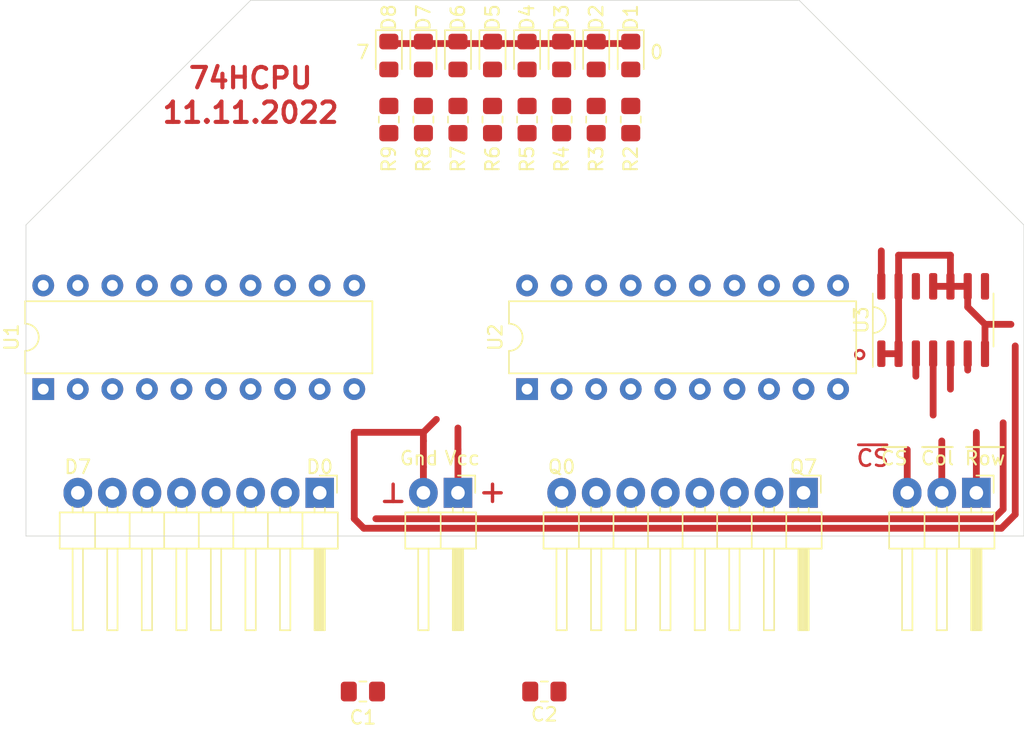
<source format=kicad_pcb>
(kicad_pcb (version 20171130) (host pcbnew "(5.1.8)-1")

  (general
    (thickness 1.6)
    (drawings 22)
    (tracks 38)
    (zones 0)
    (modules 25)
    (nets 41)
  )

  (page A4 portrait)
  (layers
    (0 F.Cu signal)
    (31 B.Cu signal)
    (32 B.Adhes user)
    (33 F.Adhes user)
    (34 B.Paste user)
    (35 F.Paste user)
    (36 B.SilkS user)
    (37 F.SilkS user)
    (38 B.Mask user)
    (39 F.Mask user)
    (40 Dwgs.User user)
    (41 Cmts.User user)
    (42 Eco1.User user)
    (43 Eco2.User user)
    (44 Edge.Cuts user)
    (45 Margin user)
    (46 B.CrtYd user)
    (47 F.CrtYd user)
    (48 B.Fab user)
    (49 F.Fab user)
  )

  (setup
    (last_trace_width 0.25)
    (user_trace_width 0.5)
    (user_trace_width 0.6)
    (trace_clearance 0.2)
    (zone_clearance 0.508)
    (zone_45_only no)
    (trace_min 0.2)
    (via_size 0.8)
    (via_drill 0.4)
    (via_min_size 0.4)
    (via_min_drill 0.3)
    (user_via 1.5 0.5)
    (uvia_size 0.3)
    (uvia_drill 0.1)
    (uvias_allowed no)
    (uvia_min_size 0.2)
    (uvia_min_drill 0.1)
    (edge_width 0.05)
    (segment_width 0.2)
    (pcb_text_width 0.3)
    (pcb_text_size 1.5 1.5)
    (mod_edge_width 0.12)
    (mod_text_size 1 1)
    (mod_text_width 0.15)
    (pad_size 1.524 1.524)
    (pad_drill 0.762)
    (pad_to_mask_clearance 0)
    (aux_axis_origin 0 0)
    (visible_elements 7FFFFFFF)
    (pcbplotparams
      (layerselection 0x010f0_ffffffff)
      (usegerberextensions false)
      (usegerberattributes true)
      (usegerberadvancedattributes true)
      (creategerberjobfile false)
      (excludeedgelayer true)
      (linewidth 0.100000)
      (plotframeref false)
      (viasonmask false)
      (mode 1)
      (useauxorigin false)
      (hpglpennumber 1)
      (hpglpenspeed 20)
      (hpglpendiameter 15.000000)
      (psnegative false)
      (psa4output false)
      (plotreference true)
      (plotvalue true)
      (plotinvisibletext false)
      (padsonsilk false)
      (subtractmaskfromsilk false)
      (outputformat 1)
      (mirror false)
      (drillshape 0)
      (scaleselection 1)
      (outputdirectory "gerber/"))
  )

  (net 0 "")
  (net 1 VCC)
  (net 2 GND)
  (net 3 /D7)
  (net 4 /D6)
  (net 5 /D5)
  (net 6 /D4)
  (net 7 /D3)
  (net 8 /D2)
  (net 9 /D1)
  (net 10 /D0)
  (net 11 /Q0)
  (net 12 /Q1)
  (net 13 /Q2)
  (net 14 /Q3)
  (net 15 /Q4)
  (net 16 /Q5)
  (net 17 /Q6)
  (net 18 /Q7)
  (net 19 "Net-(U1-Pad11)")
  (net 20 /~Row)
  (net 21 /~Col)
  (net 22 /~CS)
  (net 23 "Net-(D1-Pad2)")
  (net 24 "Net-(D2-Pad2)")
  (net 25 "Net-(D3-Pad2)")
  (net 26 "Net-(D4-Pad2)")
  (net 27 "Net-(D5-Pad2)")
  (net 28 "Net-(D6-Pad2)")
  (net 29 "Net-(D7-Pad2)")
  (net 30 "Net-(D8-Pad2)")
  (net 31 /L0)
  (net 32 /L1)
  (net 33 /L2)
  (net 34 /L3)
  (net 35 /L4)
  (net 36 /L5)
  (net 37 /L6)
  (net 38 /L7)
  (net 39 "Net-(U3-Pad8)")
  (net 40 "Net-(U3-Pad12)")

  (net_class Default "This is the default net class."
    (clearance 0.2)
    (trace_width 0.25)
    (via_dia 0.8)
    (via_drill 0.4)
    (uvia_dia 0.3)
    (uvia_drill 0.1)
    (add_net /D0)
    (add_net /D1)
    (add_net /D2)
    (add_net /D3)
    (add_net /D4)
    (add_net /D5)
    (add_net /D6)
    (add_net /D7)
    (add_net /L0)
    (add_net /L1)
    (add_net /L2)
    (add_net /L3)
    (add_net /L4)
    (add_net /L5)
    (add_net /L6)
    (add_net /L7)
    (add_net /Q0)
    (add_net /Q1)
    (add_net /Q2)
    (add_net /Q3)
    (add_net /Q4)
    (add_net /Q5)
    (add_net /Q6)
    (add_net /Q7)
    (add_net /~CS)
    (add_net /~Col)
    (add_net /~Row)
    (add_net GND)
    (add_net "Net-(D1-Pad2)")
    (add_net "Net-(D2-Pad2)")
    (add_net "Net-(D3-Pad2)")
    (add_net "Net-(D4-Pad2)")
    (add_net "Net-(D5-Pad2)")
    (add_net "Net-(D6-Pad2)")
    (add_net "Net-(D7-Pad2)")
    (add_net "Net-(D8-Pad2)")
    (add_net "Net-(U1-Pad11)")
    (add_net "Net-(U3-Pad12)")
    (add_net "Net-(U3-Pad8)")
    (add_net VCC)
  )

  (module Package_DIP:DIP-20_W7.62mm (layer F.Cu) (tedit 5A02E8C5) (tstamp 6342C49F)
    (at 86.36 45.72 90)
    (descr "20-lead though-hole mounted DIP package, row spacing 7.62 mm (300 mils)")
    (tags "THT DIP DIL PDIP 2.54mm 7.62mm 300mil")
    (path /6342C9AB)
    (fp_text reference U2 (at 3.81 -2.33 90) (layer F.SilkS)
      (effects (font (size 1 1) (thickness 0.15)))
    )
    (fp_text value 74HC245 (at 3.81 25.19 90) (layer F.Fab)
      (effects (font (size 1 1) (thickness 0.15)))
    )
    (fp_line (start 1.635 -1.27) (end 6.985 -1.27) (layer F.Fab) (width 0.1))
    (fp_line (start 6.985 -1.27) (end 6.985 24.13) (layer F.Fab) (width 0.1))
    (fp_line (start 6.985 24.13) (end 0.635 24.13) (layer F.Fab) (width 0.1))
    (fp_line (start 0.635 24.13) (end 0.635 -0.27) (layer F.Fab) (width 0.1))
    (fp_line (start 0.635 -0.27) (end 1.635 -1.27) (layer F.Fab) (width 0.1))
    (fp_line (start 2.81 -1.33) (end 1.16 -1.33) (layer F.SilkS) (width 0.12))
    (fp_line (start 1.16 -1.33) (end 1.16 24.19) (layer F.SilkS) (width 0.12))
    (fp_line (start 1.16 24.19) (end 6.46 24.19) (layer F.SilkS) (width 0.12))
    (fp_line (start 6.46 24.19) (end 6.46 -1.33) (layer F.SilkS) (width 0.12))
    (fp_line (start 6.46 -1.33) (end 4.81 -1.33) (layer F.SilkS) (width 0.12))
    (fp_line (start -1.1 -1.55) (end -1.1 24.4) (layer F.CrtYd) (width 0.05))
    (fp_line (start -1.1 24.4) (end 8.7 24.4) (layer F.CrtYd) (width 0.05))
    (fp_line (start 8.7 24.4) (end 8.7 -1.55) (layer F.CrtYd) (width 0.05))
    (fp_line (start 8.7 -1.55) (end -1.1 -1.55) (layer F.CrtYd) (width 0.05))
    (fp_text user %R (at 3.81 11.43 90) (layer F.Fab)
      (effects (font (size 1 1) (thickness 0.15)))
    )
    (fp_arc (start 3.81 -1.33) (end 2.81 -1.33) (angle -180) (layer F.SilkS) (width 0.12))
    (pad 20 thru_hole oval (at 7.62 0 90) (size 1.6 1.6) (drill 0.8) (layers *.Cu *.Mask)
      (net 1 VCC))
    (pad 10 thru_hole oval (at 0 22.86 90) (size 1.6 1.6) (drill 0.8) (layers *.Cu *.Mask)
      (net 2 GND))
    (pad 19 thru_hole oval (at 7.62 2.54 90) (size 1.6 1.6) (drill 0.8) (layers *.Cu *.Mask)
      (net 22 /~CS))
    (pad 9 thru_hole oval (at 0 20.32 90) (size 1.6 1.6) (drill 0.8) (layers *.Cu *.Mask)
      (net 18 /Q7))
    (pad 18 thru_hole oval (at 7.62 5.08 90) (size 1.6 1.6) (drill 0.8) (layers *.Cu *.Mask)
      (net 31 /L0))
    (pad 8 thru_hole oval (at 0 17.78 90) (size 1.6 1.6) (drill 0.8) (layers *.Cu *.Mask)
      (net 17 /Q6))
    (pad 17 thru_hole oval (at 7.62 7.62 90) (size 1.6 1.6) (drill 0.8) (layers *.Cu *.Mask)
      (net 32 /L1))
    (pad 7 thru_hole oval (at 0 15.24 90) (size 1.6 1.6) (drill 0.8) (layers *.Cu *.Mask)
      (net 16 /Q5))
    (pad 16 thru_hole oval (at 7.62 10.16 90) (size 1.6 1.6) (drill 0.8) (layers *.Cu *.Mask)
      (net 33 /L2))
    (pad 6 thru_hole oval (at 0 12.7 90) (size 1.6 1.6) (drill 0.8) (layers *.Cu *.Mask)
      (net 15 /Q4))
    (pad 15 thru_hole oval (at 7.62 12.7 90) (size 1.6 1.6) (drill 0.8) (layers *.Cu *.Mask)
      (net 34 /L3))
    (pad 5 thru_hole oval (at 0 10.16 90) (size 1.6 1.6) (drill 0.8) (layers *.Cu *.Mask)
      (net 14 /Q3))
    (pad 14 thru_hole oval (at 7.62 15.24 90) (size 1.6 1.6) (drill 0.8) (layers *.Cu *.Mask)
      (net 35 /L4))
    (pad 4 thru_hole oval (at 0 7.62 90) (size 1.6 1.6) (drill 0.8) (layers *.Cu *.Mask)
      (net 13 /Q2))
    (pad 13 thru_hole oval (at 7.62 17.78 90) (size 1.6 1.6) (drill 0.8) (layers *.Cu *.Mask)
      (net 36 /L5))
    (pad 3 thru_hole oval (at 0 5.08 90) (size 1.6 1.6) (drill 0.8) (layers *.Cu *.Mask)
      (net 12 /Q1))
    (pad 12 thru_hole oval (at 7.62 20.32 90) (size 1.6 1.6) (drill 0.8) (layers *.Cu *.Mask)
      (net 37 /L6))
    (pad 2 thru_hole oval (at 0 2.54 90) (size 1.6 1.6) (drill 0.8) (layers *.Cu *.Mask)
      (net 11 /Q0))
    (pad 11 thru_hole oval (at 7.62 22.86 90) (size 1.6 1.6) (drill 0.8) (layers *.Cu *.Mask)
      (net 38 /L7))
    (pad 1 thru_hole rect (at 0 0 90) (size 1.6 1.6) (drill 0.8) (layers *.Cu *.Mask)
      (net 2 GND))
    (model ${KISYS3DMOD}/Package_DIP.3dshapes/DIP-20_W7.62mm.wrl
      (at (xyz 0 0 0))
      (scale (xyz 1 1 1))
      (rotate (xyz 0 0 0))
    )
  )

  (module Package_DIP:DIP-20_W7.62mm (layer F.Cu) (tedit 5A02E8C5) (tstamp 65F8AA2F)
    (at 50.8 45.72 90)
    (descr "20-lead though-hole mounted DIP package, row spacing 7.62 mm (300 mils)")
    (tags "THT DIP DIL PDIP 2.54mm 7.62mm 300mil")
    (path /65F8AF74)
    (fp_text reference U1 (at 3.81 -2.33 90) (layer F.SilkS)
      (effects (font (size 1 1) (thickness 0.15)))
    )
    (fp_text value 74HC374 (at 3.81 25.19 90) (layer F.Fab)
      (effects (font (size 1 1) (thickness 0.15)))
    )
    (fp_line (start 1.635 -1.27) (end 6.985 -1.27) (layer F.Fab) (width 0.1))
    (fp_line (start 6.985 -1.27) (end 6.985 24.13) (layer F.Fab) (width 0.1))
    (fp_line (start 6.985 24.13) (end 0.635 24.13) (layer F.Fab) (width 0.1))
    (fp_line (start 0.635 24.13) (end 0.635 -0.27) (layer F.Fab) (width 0.1))
    (fp_line (start 0.635 -0.27) (end 1.635 -1.27) (layer F.Fab) (width 0.1))
    (fp_line (start 2.81 -1.33) (end 1.16 -1.33) (layer F.SilkS) (width 0.12))
    (fp_line (start 1.16 -1.33) (end 1.16 24.19) (layer F.SilkS) (width 0.12))
    (fp_line (start 1.16 24.19) (end 6.46 24.19) (layer F.SilkS) (width 0.12))
    (fp_line (start 6.46 24.19) (end 6.46 -1.33) (layer F.SilkS) (width 0.12))
    (fp_line (start 6.46 -1.33) (end 4.81 -1.33) (layer F.SilkS) (width 0.12))
    (fp_line (start -1.1 -1.55) (end -1.1 24.4) (layer F.CrtYd) (width 0.05))
    (fp_line (start -1.1 24.4) (end 8.7 24.4) (layer F.CrtYd) (width 0.05))
    (fp_line (start 8.7 24.4) (end 8.7 -1.55) (layer F.CrtYd) (width 0.05))
    (fp_line (start 8.7 -1.55) (end -1.1 -1.55) (layer F.CrtYd) (width 0.05))
    (fp_text user %R (at 3.81 11.43 90) (layer F.Fab)
      (effects (font (size 1 1) (thickness 0.15)))
    )
    (fp_arc (start 3.81 -1.33) (end 2.81 -1.33) (angle -180) (layer F.SilkS) (width 0.12))
    (pad 20 thru_hole oval (at 7.62 0 90) (size 1.6 1.6) (drill 0.8) (layers *.Cu *.Mask)
      (net 1 VCC))
    (pad 10 thru_hole oval (at 0 22.86 90) (size 1.6 1.6) (drill 0.8) (layers *.Cu *.Mask)
      (net 2 GND))
    (pad 19 thru_hole oval (at 7.62 2.54 90) (size 1.6 1.6) (drill 0.8) (layers *.Cu *.Mask)
      (net 38 /L7))
    (pad 9 thru_hole oval (at 0 20.32 90) (size 1.6 1.6) (drill 0.8) (layers *.Cu *.Mask)
      (net 34 /L3))
    (pad 18 thru_hole oval (at 7.62 5.08 90) (size 1.6 1.6) (drill 0.8) (layers *.Cu *.Mask)
      (net 3 /D7))
    (pad 8 thru_hole oval (at 0 17.78 90) (size 1.6 1.6) (drill 0.8) (layers *.Cu *.Mask)
      (net 7 /D3))
    (pad 17 thru_hole oval (at 7.62 7.62 90) (size 1.6 1.6) (drill 0.8) (layers *.Cu *.Mask)
      (net 4 /D6))
    (pad 7 thru_hole oval (at 0 15.24 90) (size 1.6 1.6) (drill 0.8) (layers *.Cu *.Mask)
      (net 8 /D2))
    (pad 16 thru_hole oval (at 7.62 10.16 90) (size 1.6 1.6) (drill 0.8) (layers *.Cu *.Mask)
      (net 37 /L6))
    (pad 6 thru_hole oval (at 0 12.7 90) (size 1.6 1.6) (drill 0.8) (layers *.Cu *.Mask)
      (net 33 /L2))
    (pad 15 thru_hole oval (at 7.62 12.7 90) (size 1.6 1.6) (drill 0.8) (layers *.Cu *.Mask)
      (net 36 /L5))
    (pad 5 thru_hole oval (at 0 10.16 90) (size 1.6 1.6) (drill 0.8) (layers *.Cu *.Mask)
      (net 32 /L1))
    (pad 14 thru_hole oval (at 7.62 15.24 90) (size 1.6 1.6) (drill 0.8) (layers *.Cu *.Mask)
      (net 5 /D5))
    (pad 4 thru_hole oval (at 0 7.62 90) (size 1.6 1.6) (drill 0.8) (layers *.Cu *.Mask)
      (net 9 /D1))
    (pad 13 thru_hole oval (at 7.62 17.78 90) (size 1.6 1.6) (drill 0.8) (layers *.Cu *.Mask)
      (net 6 /D4))
    (pad 3 thru_hole oval (at 0 5.08 90) (size 1.6 1.6) (drill 0.8) (layers *.Cu *.Mask)
      (net 10 /D0))
    (pad 12 thru_hole oval (at 7.62 20.32 90) (size 1.6 1.6) (drill 0.8) (layers *.Cu *.Mask)
      (net 35 /L4))
    (pad 2 thru_hole oval (at 0 2.54 90) (size 1.6 1.6) (drill 0.8) (layers *.Cu *.Mask)
      (net 31 /L0))
    (pad 11 thru_hole oval (at 7.62 22.86 90) (size 1.6 1.6) (drill 0.8) (layers *.Cu *.Mask)
      (net 19 "Net-(U1-Pad11)"))
    (pad 1 thru_hole rect (at 0 0 90) (size 1.6 1.6) (drill 0.8) (layers *.Cu *.Mask)
      (net 2 GND))
    (model ${KISYS3DMOD}/Package_DIP.3dshapes/DIP-20_W7.62mm.wrl
      (at (xyz 0 0 0))
      (scale (xyz 1 1 1))
      (rotate (xyz 0 0 0))
    )
  )

  (module Capacitor_SMD:C_0805_2012Metric_Pad1.18x1.45mm_HandSolder (layer F.Cu) (tedit 5F68FEEF) (tstamp 636EB57C)
    (at 87.63 67.945 180)
    (descr "Capacitor SMD 0805 (2012 Metric), square (rectangular) end terminal, IPC_7351 nominal with elongated pad for handsoldering. (Body size source: IPC-SM-782 page 76, https://www.pcb-3d.com/wordpress/wp-content/uploads/ipc-sm-782a_amendment_1_and_2.pdf, https://docs.google.com/spreadsheets/d/1BsfQQcO9C6DZCsRaXUlFlo91Tg2WpOkGARC1WS5S8t0/edit?usp=sharing), generated with kicad-footprint-generator")
    (tags "capacitor handsolder")
    (path /636EBD1D)
    (attr smd)
    (fp_text reference C2 (at 0 -1.68) (layer F.SilkS)
      (effects (font (size 1 1) (thickness 0.15)))
    )
    (fp_text value 0.1uF (at 0 1.68) (layer F.Fab)
      (effects (font (size 1 1) (thickness 0.15)))
    )
    (fp_line (start 1.88 0.98) (end -1.88 0.98) (layer F.CrtYd) (width 0.05))
    (fp_line (start 1.88 -0.98) (end 1.88 0.98) (layer F.CrtYd) (width 0.05))
    (fp_line (start -1.88 -0.98) (end 1.88 -0.98) (layer F.CrtYd) (width 0.05))
    (fp_line (start -1.88 0.98) (end -1.88 -0.98) (layer F.CrtYd) (width 0.05))
    (fp_line (start -0.261252 0.735) (end 0.261252 0.735) (layer F.SilkS) (width 0.12))
    (fp_line (start -0.261252 -0.735) (end 0.261252 -0.735) (layer F.SilkS) (width 0.12))
    (fp_line (start 1 0.625) (end -1 0.625) (layer F.Fab) (width 0.1))
    (fp_line (start 1 -0.625) (end 1 0.625) (layer F.Fab) (width 0.1))
    (fp_line (start -1 -0.625) (end 1 -0.625) (layer F.Fab) (width 0.1))
    (fp_line (start -1 0.625) (end -1 -0.625) (layer F.Fab) (width 0.1))
    (fp_text user %R (at 0 0) (layer F.Fab)
      (effects (font (size 0.5 0.5) (thickness 0.08)))
    )
    (pad 2 smd roundrect (at 1.0375 0 180) (size 1.175 1.45) (layers F.Cu F.Paste F.Mask) (roundrect_rratio 0.2127659574468085)
      (net 2 GND))
    (pad 1 smd roundrect (at -1.0375 0 180) (size 1.175 1.45) (layers F.Cu F.Paste F.Mask) (roundrect_rratio 0.2127659574468085)
      (net 1 VCC))
    (model ${KISYS3DMOD}/Capacitor_SMD.3dshapes/C_0805_2012Metric.wrl
      (at (xyz 0 0 0))
      (scale (xyz 1 1 1))
      (rotate (xyz 0 0 0))
    )
  )

  (module Resistor_SMD:R_0805_2012Metric_Pad1.20x1.40mm_HandSolder (layer F.Cu) (tedit 5F68FEEE) (tstamp 63558288)
    (at 76.2 25.908 90)
    (descr "Resistor SMD 0805 (2012 Metric), square (rectangular) end terminal, IPC_7351 nominal with elongated pad for handsoldering. (Body size source: IPC-SM-782 page 72, https://www.pcb-3d.com/wordpress/wp-content/uploads/ipc-sm-782a_amendment_1_and_2.pdf), generated with kicad-footprint-generator")
    (tags "resistor handsolder")
    (path /6357BAE6)
    (attr smd)
    (fp_text reference R9 (at -2.905 0 90) (layer F.SilkS)
      (effects (font (size 1 1) (thickness 0.15)))
    )
    (fp_text value 1k (at 0 1.65 90) (layer F.Fab)
      (effects (font (size 1 1) (thickness 0.15)))
    )
    (fp_line (start -1 0.625) (end -1 -0.625) (layer F.Fab) (width 0.1))
    (fp_line (start -1 -0.625) (end 1 -0.625) (layer F.Fab) (width 0.1))
    (fp_line (start 1 -0.625) (end 1 0.625) (layer F.Fab) (width 0.1))
    (fp_line (start 1 0.625) (end -1 0.625) (layer F.Fab) (width 0.1))
    (fp_line (start -0.227064 -0.735) (end 0.227064 -0.735) (layer F.SilkS) (width 0.12))
    (fp_line (start -0.227064 0.735) (end 0.227064 0.735) (layer F.SilkS) (width 0.12))
    (fp_line (start -1.85 0.95) (end -1.85 -0.95) (layer F.CrtYd) (width 0.05))
    (fp_line (start -1.85 -0.95) (end 1.85 -0.95) (layer F.CrtYd) (width 0.05))
    (fp_line (start 1.85 -0.95) (end 1.85 0.95) (layer F.CrtYd) (width 0.05))
    (fp_line (start 1.85 0.95) (end -1.85 0.95) (layer F.CrtYd) (width 0.05))
    (fp_text user %R (at 0 0 90) (layer F.Fab)
      (effects (font (size 0.5 0.5) (thickness 0.08)))
    )
    (pad 2 smd roundrect (at 1 0 90) (size 1.2 1.4) (layers F.Cu F.Paste F.Mask) (roundrect_rratio 0.2083325)
      (net 30 "Net-(D8-Pad2)"))
    (pad 1 smd roundrect (at -1 0 90) (size 1.2 1.4) (layers F.Cu F.Paste F.Mask) (roundrect_rratio 0.2083325)
      (net 38 /L7))
    (model ${KISYS3DMOD}/Resistor_SMD.3dshapes/R_0805_2012Metric.wrl
      (at (xyz 0 0 0))
      (scale (xyz 1 1 1))
      (rotate (xyz 0 0 0))
    )
  )

  (module Resistor_SMD:R_0805_2012Metric_Pad1.20x1.40mm_HandSolder (layer F.Cu) (tedit 5F68FEEE) (tstamp 63558277)
    (at 78.74 25.908 90)
    (descr "Resistor SMD 0805 (2012 Metric), square (rectangular) end terminal, IPC_7351 nominal with elongated pad for handsoldering. (Body size source: IPC-SM-782 page 72, https://www.pcb-3d.com/wordpress/wp-content/uploads/ipc-sm-782a_amendment_1_and_2.pdf), generated with kicad-footprint-generator")
    (tags "resistor handsolder")
    (path /6357BAD4)
    (attr smd)
    (fp_text reference R8 (at -2.905 0 90) (layer F.SilkS)
      (effects (font (size 1 1) (thickness 0.15)))
    )
    (fp_text value 1k (at 0 1.65 90) (layer F.Fab)
      (effects (font (size 1 1) (thickness 0.15)))
    )
    (fp_line (start -1 0.625) (end -1 -0.625) (layer F.Fab) (width 0.1))
    (fp_line (start -1 -0.625) (end 1 -0.625) (layer F.Fab) (width 0.1))
    (fp_line (start 1 -0.625) (end 1 0.625) (layer F.Fab) (width 0.1))
    (fp_line (start 1 0.625) (end -1 0.625) (layer F.Fab) (width 0.1))
    (fp_line (start -0.227064 -0.735) (end 0.227064 -0.735) (layer F.SilkS) (width 0.12))
    (fp_line (start -0.227064 0.735) (end 0.227064 0.735) (layer F.SilkS) (width 0.12))
    (fp_line (start -1.85 0.95) (end -1.85 -0.95) (layer F.CrtYd) (width 0.05))
    (fp_line (start -1.85 -0.95) (end 1.85 -0.95) (layer F.CrtYd) (width 0.05))
    (fp_line (start 1.85 -0.95) (end 1.85 0.95) (layer F.CrtYd) (width 0.05))
    (fp_line (start 1.85 0.95) (end -1.85 0.95) (layer F.CrtYd) (width 0.05))
    (fp_text user %R (at 0 0 90) (layer F.Fab)
      (effects (font (size 0.5 0.5) (thickness 0.08)))
    )
    (pad 2 smd roundrect (at 1 0 90) (size 1.2 1.4) (layers F.Cu F.Paste F.Mask) (roundrect_rratio 0.2083325)
      (net 29 "Net-(D7-Pad2)"))
    (pad 1 smd roundrect (at -1 0 90) (size 1.2 1.4) (layers F.Cu F.Paste F.Mask) (roundrect_rratio 0.2083325)
      (net 37 /L6))
    (model ${KISYS3DMOD}/Resistor_SMD.3dshapes/R_0805_2012Metric.wrl
      (at (xyz 0 0 0))
      (scale (xyz 1 1 1))
      (rotate (xyz 0 0 0))
    )
  )

  (module Resistor_SMD:R_0805_2012Metric_Pad1.20x1.40mm_HandSolder (layer F.Cu) (tedit 5F68FEEE) (tstamp 63558266)
    (at 81.28 25.908 90)
    (descr "Resistor SMD 0805 (2012 Metric), square (rectangular) end terminal, IPC_7351 nominal with elongated pad for handsoldering. (Body size source: IPC-SM-782 page 72, https://www.pcb-3d.com/wordpress/wp-content/uploads/ipc-sm-782a_amendment_1_and_2.pdf), generated with kicad-footprint-generator")
    (tags "resistor handsolder")
    (path /6357BAC2)
    (attr smd)
    (fp_text reference R7 (at -2.905 0 90) (layer F.SilkS)
      (effects (font (size 1 1) (thickness 0.15)))
    )
    (fp_text value 1k (at 0 1.65 90) (layer F.Fab)
      (effects (font (size 1 1) (thickness 0.15)))
    )
    (fp_line (start -1 0.625) (end -1 -0.625) (layer F.Fab) (width 0.1))
    (fp_line (start -1 -0.625) (end 1 -0.625) (layer F.Fab) (width 0.1))
    (fp_line (start 1 -0.625) (end 1 0.625) (layer F.Fab) (width 0.1))
    (fp_line (start 1 0.625) (end -1 0.625) (layer F.Fab) (width 0.1))
    (fp_line (start -0.227064 -0.735) (end 0.227064 -0.735) (layer F.SilkS) (width 0.12))
    (fp_line (start -0.227064 0.735) (end 0.227064 0.735) (layer F.SilkS) (width 0.12))
    (fp_line (start -1.85 0.95) (end -1.85 -0.95) (layer F.CrtYd) (width 0.05))
    (fp_line (start -1.85 -0.95) (end 1.85 -0.95) (layer F.CrtYd) (width 0.05))
    (fp_line (start 1.85 -0.95) (end 1.85 0.95) (layer F.CrtYd) (width 0.05))
    (fp_line (start 1.85 0.95) (end -1.85 0.95) (layer F.CrtYd) (width 0.05))
    (fp_text user %R (at 0 0 90) (layer F.Fab)
      (effects (font (size 0.5 0.5) (thickness 0.08)))
    )
    (pad 2 smd roundrect (at 1 0 90) (size 1.2 1.4) (layers F.Cu F.Paste F.Mask) (roundrect_rratio 0.2083325)
      (net 28 "Net-(D6-Pad2)"))
    (pad 1 smd roundrect (at -1 0 90) (size 1.2 1.4) (layers F.Cu F.Paste F.Mask) (roundrect_rratio 0.2083325)
      (net 36 /L5))
    (model ${KISYS3DMOD}/Resistor_SMD.3dshapes/R_0805_2012Metric.wrl
      (at (xyz 0 0 0))
      (scale (xyz 1 1 1))
      (rotate (xyz 0 0 0))
    )
  )

  (module Resistor_SMD:R_0805_2012Metric_Pad1.20x1.40mm_HandSolder (layer F.Cu) (tedit 5F68FEEE) (tstamp 63558255)
    (at 83.82 25.908 90)
    (descr "Resistor SMD 0805 (2012 Metric), square (rectangular) end terminal, IPC_7351 nominal with elongated pad for handsoldering. (Body size source: IPC-SM-782 page 72, https://www.pcb-3d.com/wordpress/wp-content/uploads/ipc-sm-782a_amendment_1_and_2.pdf), generated with kicad-footprint-generator")
    (tags "resistor handsolder")
    (path /6357BAB0)
    (attr smd)
    (fp_text reference R6 (at -2.905 0 90) (layer F.SilkS)
      (effects (font (size 1 1) (thickness 0.15)))
    )
    (fp_text value 1k (at 0 1.65 90) (layer F.Fab)
      (effects (font (size 1 1) (thickness 0.15)))
    )
    (fp_line (start -1 0.625) (end -1 -0.625) (layer F.Fab) (width 0.1))
    (fp_line (start -1 -0.625) (end 1 -0.625) (layer F.Fab) (width 0.1))
    (fp_line (start 1 -0.625) (end 1 0.625) (layer F.Fab) (width 0.1))
    (fp_line (start 1 0.625) (end -1 0.625) (layer F.Fab) (width 0.1))
    (fp_line (start -0.227064 -0.735) (end 0.227064 -0.735) (layer F.SilkS) (width 0.12))
    (fp_line (start -0.227064 0.735) (end 0.227064 0.735) (layer F.SilkS) (width 0.12))
    (fp_line (start -1.85 0.95) (end -1.85 -0.95) (layer F.CrtYd) (width 0.05))
    (fp_line (start -1.85 -0.95) (end 1.85 -0.95) (layer F.CrtYd) (width 0.05))
    (fp_line (start 1.85 -0.95) (end 1.85 0.95) (layer F.CrtYd) (width 0.05))
    (fp_line (start 1.85 0.95) (end -1.85 0.95) (layer F.CrtYd) (width 0.05))
    (fp_text user %R (at 0 0 90) (layer F.Fab)
      (effects (font (size 0.5 0.5) (thickness 0.08)))
    )
    (pad 2 smd roundrect (at 1 0 90) (size 1.2 1.4) (layers F.Cu F.Paste F.Mask) (roundrect_rratio 0.2083325)
      (net 27 "Net-(D5-Pad2)"))
    (pad 1 smd roundrect (at -1 0 90) (size 1.2 1.4) (layers F.Cu F.Paste F.Mask) (roundrect_rratio 0.2083325)
      (net 35 /L4))
    (model ${KISYS3DMOD}/Resistor_SMD.3dshapes/R_0805_2012Metric.wrl
      (at (xyz 0 0 0))
      (scale (xyz 1 1 1))
      (rotate (xyz 0 0 0))
    )
  )

  (module Resistor_SMD:R_0805_2012Metric_Pad1.20x1.40mm_HandSolder (layer F.Cu) (tedit 5F68FEEE) (tstamp 63558244)
    (at 86.36 25.908 90)
    (descr "Resistor SMD 0805 (2012 Metric), square (rectangular) end terminal, IPC_7351 nominal with elongated pad for handsoldering. (Body size source: IPC-SM-782 page 72, https://www.pcb-3d.com/wordpress/wp-content/uploads/ipc-sm-782a_amendment_1_and_2.pdf), generated with kicad-footprint-generator")
    (tags "resistor handsolder")
    (path /63577066)
    (attr smd)
    (fp_text reference R5 (at -2.905 0 90) (layer F.SilkS)
      (effects (font (size 1 1) (thickness 0.15)))
    )
    (fp_text value 1k (at 0 1.65 90) (layer F.Fab)
      (effects (font (size 1 1) (thickness 0.15)))
    )
    (fp_line (start -1 0.625) (end -1 -0.625) (layer F.Fab) (width 0.1))
    (fp_line (start -1 -0.625) (end 1 -0.625) (layer F.Fab) (width 0.1))
    (fp_line (start 1 -0.625) (end 1 0.625) (layer F.Fab) (width 0.1))
    (fp_line (start 1 0.625) (end -1 0.625) (layer F.Fab) (width 0.1))
    (fp_line (start -0.227064 -0.735) (end 0.227064 -0.735) (layer F.SilkS) (width 0.12))
    (fp_line (start -0.227064 0.735) (end 0.227064 0.735) (layer F.SilkS) (width 0.12))
    (fp_line (start -1.85 0.95) (end -1.85 -0.95) (layer F.CrtYd) (width 0.05))
    (fp_line (start -1.85 -0.95) (end 1.85 -0.95) (layer F.CrtYd) (width 0.05))
    (fp_line (start 1.85 -0.95) (end 1.85 0.95) (layer F.CrtYd) (width 0.05))
    (fp_line (start 1.85 0.95) (end -1.85 0.95) (layer F.CrtYd) (width 0.05))
    (fp_text user %R (at 0 0 90) (layer F.Fab)
      (effects (font (size 0.5 0.5) (thickness 0.08)))
    )
    (pad 2 smd roundrect (at 1 0 90) (size 1.2 1.4) (layers F.Cu F.Paste F.Mask) (roundrect_rratio 0.2083325)
      (net 26 "Net-(D4-Pad2)"))
    (pad 1 smd roundrect (at -1 0 90) (size 1.2 1.4) (layers F.Cu F.Paste F.Mask) (roundrect_rratio 0.2083325)
      (net 34 /L3))
    (model ${KISYS3DMOD}/Resistor_SMD.3dshapes/R_0805_2012Metric.wrl
      (at (xyz 0 0 0))
      (scale (xyz 1 1 1))
      (rotate (xyz 0 0 0))
    )
  )

  (module Resistor_SMD:R_0805_2012Metric_Pad1.20x1.40mm_HandSolder (layer F.Cu) (tedit 5F68FEEE) (tstamp 63558233)
    (at 88.9 25.908 90)
    (descr "Resistor SMD 0805 (2012 Metric), square (rectangular) end terminal, IPC_7351 nominal with elongated pad for handsoldering. (Body size source: IPC-SM-782 page 72, https://www.pcb-3d.com/wordpress/wp-content/uploads/ipc-sm-782a_amendment_1_and_2.pdf), generated with kicad-footprint-generator")
    (tags "resistor handsolder")
    (path /635717BE)
    (attr smd)
    (fp_text reference R4 (at -2.905 0 90) (layer F.SilkS)
      (effects (font (size 1 1) (thickness 0.15)))
    )
    (fp_text value 1k (at 0 1.65 90) (layer F.Fab)
      (effects (font (size 1 1) (thickness 0.15)))
    )
    (fp_line (start -1 0.625) (end -1 -0.625) (layer F.Fab) (width 0.1))
    (fp_line (start -1 -0.625) (end 1 -0.625) (layer F.Fab) (width 0.1))
    (fp_line (start 1 -0.625) (end 1 0.625) (layer F.Fab) (width 0.1))
    (fp_line (start 1 0.625) (end -1 0.625) (layer F.Fab) (width 0.1))
    (fp_line (start -0.227064 -0.735) (end 0.227064 -0.735) (layer F.SilkS) (width 0.12))
    (fp_line (start -0.227064 0.735) (end 0.227064 0.735) (layer F.SilkS) (width 0.12))
    (fp_line (start -1.85 0.95) (end -1.85 -0.95) (layer F.CrtYd) (width 0.05))
    (fp_line (start -1.85 -0.95) (end 1.85 -0.95) (layer F.CrtYd) (width 0.05))
    (fp_line (start 1.85 -0.95) (end 1.85 0.95) (layer F.CrtYd) (width 0.05))
    (fp_line (start 1.85 0.95) (end -1.85 0.95) (layer F.CrtYd) (width 0.05))
    (fp_text user %R (at 0 0 90) (layer F.Fab)
      (effects (font (size 0.5 0.5) (thickness 0.08)))
    )
    (pad 2 smd roundrect (at 1 0 90) (size 1.2 1.4) (layers F.Cu F.Paste F.Mask) (roundrect_rratio 0.2083325)
      (net 25 "Net-(D3-Pad2)"))
    (pad 1 smd roundrect (at -1 0 90) (size 1.2 1.4) (layers F.Cu F.Paste F.Mask) (roundrect_rratio 0.2083325)
      (net 33 /L2))
    (model ${KISYS3DMOD}/Resistor_SMD.3dshapes/R_0805_2012Metric.wrl
      (at (xyz 0 0 0))
      (scale (xyz 1 1 1))
      (rotate (xyz 0 0 0))
    )
  )

  (module Resistor_SMD:R_0805_2012Metric_Pad1.20x1.40mm_HandSolder (layer F.Cu) (tedit 5F68FEEE) (tstamp 63558222)
    (at 91.44 25.908 90)
    (descr "Resistor SMD 0805 (2012 Metric), square (rectangular) end terminal, IPC_7351 nominal with elongated pad for handsoldering. (Body size source: IPC-SM-782 page 72, https://www.pcb-3d.com/wordpress/wp-content/uploads/ipc-sm-782a_amendment_1_and_2.pdf), generated with kicad-footprint-generator")
    (tags "resistor handsolder")
    (path /6357062C)
    (attr smd)
    (fp_text reference R3 (at -2.905 0 90) (layer F.SilkS)
      (effects (font (size 1 1) (thickness 0.15)))
    )
    (fp_text value 1k (at 0 1.65 90) (layer F.Fab)
      (effects (font (size 1 1) (thickness 0.15)))
    )
    (fp_line (start -1 0.625) (end -1 -0.625) (layer F.Fab) (width 0.1))
    (fp_line (start -1 -0.625) (end 1 -0.625) (layer F.Fab) (width 0.1))
    (fp_line (start 1 -0.625) (end 1 0.625) (layer F.Fab) (width 0.1))
    (fp_line (start 1 0.625) (end -1 0.625) (layer F.Fab) (width 0.1))
    (fp_line (start -0.227064 -0.735) (end 0.227064 -0.735) (layer F.SilkS) (width 0.12))
    (fp_line (start -0.227064 0.735) (end 0.227064 0.735) (layer F.SilkS) (width 0.12))
    (fp_line (start -1.85 0.95) (end -1.85 -0.95) (layer F.CrtYd) (width 0.05))
    (fp_line (start -1.85 -0.95) (end 1.85 -0.95) (layer F.CrtYd) (width 0.05))
    (fp_line (start 1.85 -0.95) (end 1.85 0.95) (layer F.CrtYd) (width 0.05))
    (fp_line (start 1.85 0.95) (end -1.85 0.95) (layer F.CrtYd) (width 0.05))
    (fp_text user %R (at 0 0 90) (layer F.Fab)
      (effects (font (size 0.5 0.5) (thickness 0.08)))
    )
    (pad 2 smd roundrect (at 1 0 90) (size 1.2 1.4) (layers F.Cu F.Paste F.Mask) (roundrect_rratio 0.2083325)
      (net 24 "Net-(D2-Pad2)"))
    (pad 1 smd roundrect (at -1 0 90) (size 1.2 1.4) (layers F.Cu F.Paste F.Mask) (roundrect_rratio 0.2083325)
      (net 32 /L1))
    (model ${KISYS3DMOD}/Resistor_SMD.3dshapes/R_0805_2012Metric.wrl
      (at (xyz 0 0 0))
      (scale (xyz 1 1 1))
      (rotate (xyz 0 0 0))
    )
  )

  (module Resistor_SMD:R_0805_2012Metric_Pad1.20x1.40mm_HandSolder (layer F.Cu) (tedit 5F68FEEE) (tstamp 63558211)
    (at 93.98 25.908 90)
    (descr "Resistor SMD 0805 (2012 Metric), square (rectangular) end terminal, IPC_7351 nominal with elongated pad for handsoldering. (Body size source: IPC-SM-782 page 72, https://www.pcb-3d.com/wordpress/wp-content/uploads/ipc-sm-782a_amendment_1_and_2.pdf), generated with kicad-footprint-generator")
    (tags "resistor handsolder")
    (path /6356A96D)
    (attr smd)
    (fp_text reference R2 (at -2.905 0 90) (layer F.SilkS)
      (effects (font (size 1 1) (thickness 0.15)))
    )
    (fp_text value 1k (at 0 1.65 90) (layer F.Fab)
      (effects (font (size 1 1) (thickness 0.15)))
    )
    (fp_line (start -1 0.625) (end -1 -0.625) (layer F.Fab) (width 0.1))
    (fp_line (start -1 -0.625) (end 1 -0.625) (layer F.Fab) (width 0.1))
    (fp_line (start 1 -0.625) (end 1 0.625) (layer F.Fab) (width 0.1))
    (fp_line (start 1 0.625) (end -1 0.625) (layer F.Fab) (width 0.1))
    (fp_line (start -0.227064 -0.735) (end 0.227064 -0.735) (layer F.SilkS) (width 0.12))
    (fp_line (start -0.227064 0.735) (end 0.227064 0.735) (layer F.SilkS) (width 0.12))
    (fp_line (start -1.85 0.95) (end -1.85 -0.95) (layer F.CrtYd) (width 0.05))
    (fp_line (start -1.85 -0.95) (end 1.85 -0.95) (layer F.CrtYd) (width 0.05))
    (fp_line (start 1.85 -0.95) (end 1.85 0.95) (layer F.CrtYd) (width 0.05))
    (fp_line (start 1.85 0.95) (end -1.85 0.95) (layer F.CrtYd) (width 0.05))
    (fp_text user %R (at 0 0 90) (layer F.Fab)
      (effects (font (size 0.5 0.5) (thickness 0.08)))
    )
    (pad 2 smd roundrect (at 1 0 90) (size 1.2 1.4) (layers F.Cu F.Paste F.Mask) (roundrect_rratio 0.2083325)
      (net 23 "Net-(D1-Pad2)"))
    (pad 1 smd roundrect (at -1 0 90) (size 1.2 1.4) (layers F.Cu F.Paste F.Mask) (roundrect_rratio 0.2083325)
      (net 31 /L0))
    (model ${KISYS3DMOD}/Resistor_SMD.3dshapes/R_0805_2012Metric.wrl
      (at (xyz 0 0 0))
      (scale (xyz 1 1 1))
      (rotate (xyz 0 0 0))
    )
  )

  (module LED_SMD:LED_0805_2012Metric_Pad1.15x1.40mm_HandSolder (layer F.Cu) (tedit 5F68FEF1) (tstamp 63557F0D)
    (at 76.2 21.2 270)
    (descr "LED SMD 0805 (2012 Metric), square (rectangular) end terminal, IPC_7351 nominal, (Body size source: https://docs.google.com/spreadsheets/d/1BsfQQcO9C6DZCsRaXUlFlo91Tg2WpOkGARC1WS5S8t0/edit?usp=sharing), generated with kicad-footprint-generator")
    (tags "LED handsolder")
    (path /6357BAEC)
    (attr smd)
    (fp_text reference D8 (at -2.785 0 90) (layer F.SilkS)
      (effects (font (size 1 1) (thickness 0.15)))
    )
    (fp_text value LED (at 0 1.65 90) (layer F.Fab)
      (effects (font (size 1 1) (thickness 0.15)))
    )
    (fp_line (start 1 -0.6) (end -0.7 -0.6) (layer F.Fab) (width 0.1))
    (fp_line (start -0.7 -0.6) (end -1 -0.3) (layer F.Fab) (width 0.1))
    (fp_line (start -1 -0.3) (end -1 0.6) (layer F.Fab) (width 0.1))
    (fp_line (start -1 0.6) (end 1 0.6) (layer F.Fab) (width 0.1))
    (fp_line (start 1 0.6) (end 1 -0.6) (layer F.Fab) (width 0.1))
    (fp_line (start 1 -0.96) (end -1.86 -0.96) (layer F.SilkS) (width 0.12))
    (fp_line (start -1.86 -0.96) (end -1.86 0.96) (layer F.SilkS) (width 0.12))
    (fp_line (start -1.86 0.96) (end 1 0.96) (layer F.SilkS) (width 0.12))
    (fp_line (start -1.85 0.95) (end -1.85 -0.95) (layer F.CrtYd) (width 0.05))
    (fp_line (start -1.85 -0.95) (end 1.85 -0.95) (layer F.CrtYd) (width 0.05))
    (fp_line (start 1.85 -0.95) (end 1.85 0.95) (layer F.CrtYd) (width 0.05))
    (fp_line (start 1.85 0.95) (end -1.85 0.95) (layer F.CrtYd) (width 0.05))
    (fp_text user %R (at 0 0 90) (layer F.Fab)
      (effects (font (size 0.5 0.5) (thickness 0.08)))
    )
    (pad 2 smd roundrect (at 1.025 0 270) (size 1.15 1.4) (layers F.Cu F.Paste F.Mask) (roundrect_rratio 0.2173904347826087)
      (net 30 "Net-(D8-Pad2)"))
    (pad 1 smd roundrect (at -1.025 0 270) (size 1.15 1.4) (layers F.Cu F.Paste F.Mask) (roundrect_rratio 0.2173904347826087)
      (net 2 GND))
    (model ${KISYS3DMOD}/LED_SMD.3dshapes/LED_0805_2012Metric.wrl
      (at (xyz 0 0 0))
      (scale (xyz 1 1 1))
      (rotate (xyz 0 0 0))
    )
  )

  (module LED_SMD:LED_0805_2012Metric_Pad1.15x1.40mm_HandSolder (layer F.Cu) (tedit 5F68FEF1) (tstamp 63557EFA)
    (at 78.74 21.2 270)
    (descr "LED SMD 0805 (2012 Metric), square (rectangular) end terminal, IPC_7351 nominal, (Body size source: https://docs.google.com/spreadsheets/d/1BsfQQcO9C6DZCsRaXUlFlo91Tg2WpOkGARC1WS5S8t0/edit?usp=sharing), generated with kicad-footprint-generator")
    (tags "LED handsolder")
    (path /6357BADA)
    (attr smd)
    (fp_text reference D7 (at -2.785 0 90) (layer F.SilkS)
      (effects (font (size 1 1) (thickness 0.15)))
    )
    (fp_text value LED (at 0 1.65 90) (layer F.Fab)
      (effects (font (size 1 1) (thickness 0.15)))
    )
    (fp_line (start 1 -0.6) (end -0.7 -0.6) (layer F.Fab) (width 0.1))
    (fp_line (start -0.7 -0.6) (end -1 -0.3) (layer F.Fab) (width 0.1))
    (fp_line (start -1 -0.3) (end -1 0.6) (layer F.Fab) (width 0.1))
    (fp_line (start -1 0.6) (end 1 0.6) (layer F.Fab) (width 0.1))
    (fp_line (start 1 0.6) (end 1 -0.6) (layer F.Fab) (width 0.1))
    (fp_line (start 1 -0.96) (end -1.86 -0.96) (layer F.SilkS) (width 0.12))
    (fp_line (start -1.86 -0.96) (end -1.86 0.96) (layer F.SilkS) (width 0.12))
    (fp_line (start -1.86 0.96) (end 1 0.96) (layer F.SilkS) (width 0.12))
    (fp_line (start -1.85 0.95) (end -1.85 -0.95) (layer F.CrtYd) (width 0.05))
    (fp_line (start -1.85 -0.95) (end 1.85 -0.95) (layer F.CrtYd) (width 0.05))
    (fp_line (start 1.85 -0.95) (end 1.85 0.95) (layer F.CrtYd) (width 0.05))
    (fp_line (start 1.85 0.95) (end -1.85 0.95) (layer F.CrtYd) (width 0.05))
    (fp_text user %R (at 0 0 90) (layer F.Fab)
      (effects (font (size 0.5 0.5) (thickness 0.08)))
    )
    (pad 2 smd roundrect (at 1.025 0 270) (size 1.15 1.4) (layers F.Cu F.Paste F.Mask) (roundrect_rratio 0.2173904347826087)
      (net 29 "Net-(D7-Pad2)"))
    (pad 1 smd roundrect (at -1.025 0 270) (size 1.15 1.4) (layers F.Cu F.Paste F.Mask) (roundrect_rratio 0.2173904347826087)
      (net 2 GND))
    (model ${KISYS3DMOD}/LED_SMD.3dshapes/LED_0805_2012Metric.wrl
      (at (xyz 0 0 0))
      (scale (xyz 1 1 1))
      (rotate (xyz 0 0 0))
    )
  )

  (module LED_SMD:LED_0805_2012Metric_Pad1.15x1.40mm_HandSolder (layer F.Cu) (tedit 5F68FEF1) (tstamp 63557EE7)
    (at 81.28 21.2 270)
    (descr "LED SMD 0805 (2012 Metric), square (rectangular) end terminal, IPC_7351 nominal, (Body size source: https://docs.google.com/spreadsheets/d/1BsfQQcO9C6DZCsRaXUlFlo91Tg2WpOkGARC1WS5S8t0/edit?usp=sharing), generated with kicad-footprint-generator")
    (tags "LED handsolder")
    (path /6357BAC8)
    (attr smd)
    (fp_text reference D6 (at -2.785 0 90) (layer F.SilkS)
      (effects (font (size 1 1) (thickness 0.15)))
    )
    (fp_text value LED (at 0 1.65 90) (layer F.Fab)
      (effects (font (size 1 1) (thickness 0.15)))
    )
    (fp_line (start 1 -0.6) (end -0.7 -0.6) (layer F.Fab) (width 0.1))
    (fp_line (start -0.7 -0.6) (end -1 -0.3) (layer F.Fab) (width 0.1))
    (fp_line (start -1 -0.3) (end -1 0.6) (layer F.Fab) (width 0.1))
    (fp_line (start -1 0.6) (end 1 0.6) (layer F.Fab) (width 0.1))
    (fp_line (start 1 0.6) (end 1 -0.6) (layer F.Fab) (width 0.1))
    (fp_line (start 1 -0.96) (end -1.86 -0.96) (layer F.SilkS) (width 0.12))
    (fp_line (start -1.86 -0.96) (end -1.86 0.96) (layer F.SilkS) (width 0.12))
    (fp_line (start -1.86 0.96) (end 1 0.96) (layer F.SilkS) (width 0.12))
    (fp_line (start -1.85 0.95) (end -1.85 -0.95) (layer F.CrtYd) (width 0.05))
    (fp_line (start -1.85 -0.95) (end 1.85 -0.95) (layer F.CrtYd) (width 0.05))
    (fp_line (start 1.85 -0.95) (end 1.85 0.95) (layer F.CrtYd) (width 0.05))
    (fp_line (start 1.85 0.95) (end -1.85 0.95) (layer F.CrtYd) (width 0.05))
    (fp_text user %R (at 0 0 90) (layer F.Fab)
      (effects (font (size 0.5 0.5) (thickness 0.08)))
    )
    (pad 2 smd roundrect (at 1.025 0 270) (size 1.15 1.4) (layers F.Cu F.Paste F.Mask) (roundrect_rratio 0.2173904347826087)
      (net 28 "Net-(D6-Pad2)"))
    (pad 1 smd roundrect (at -1.025 0 270) (size 1.15 1.4) (layers F.Cu F.Paste F.Mask) (roundrect_rratio 0.2173904347826087)
      (net 2 GND))
    (model ${KISYS3DMOD}/LED_SMD.3dshapes/LED_0805_2012Metric.wrl
      (at (xyz 0 0 0))
      (scale (xyz 1 1 1))
      (rotate (xyz 0 0 0))
    )
  )

  (module LED_SMD:LED_0805_2012Metric_Pad1.15x1.40mm_HandSolder (layer F.Cu) (tedit 5F68FEF1) (tstamp 63557ED4)
    (at 83.82 21.2 270)
    (descr "LED SMD 0805 (2012 Metric), square (rectangular) end terminal, IPC_7351 nominal, (Body size source: https://docs.google.com/spreadsheets/d/1BsfQQcO9C6DZCsRaXUlFlo91Tg2WpOkGARC1WS5S8t0/edit?usp=sharing), generated with kicad-footprint-generator")
    (tags "LED handsolder")
    (path /6357BAB6)
    (attr smd)
    (fp_text reference D5 (at -2.785 0 90) (layer F.SilkS)
      (effects (font (size 1 1) (thickness 0.15)))
    )
    (fp_text value LED (at 0 1.65 90) (layer F.Fab)
      (effects (font (size 1 1) (thickness 0.15)))
    )
    (fp_line (start 1 -0.6) (end -0.7 -0.6) (layer F.Fab) (width 0.1))
    (fp_line (start -0.7 -0.6) (end -1 -0.3) (layer F.Fab) (width 0.1))
    (fp_line (start -1 -0.3) (end -1 0.6) (layer F.Fab) (width 0.1))
    (fp_line (start -1 0.6) (end 1 0.6) (layer F.Fab) (width 0.1))
    (fp_line (start 1 0.6) (end 1 -0.6) (layer F.Fab) (width 0.1))
    (fp_line (start 1 -0.96) (end -1.86 -0.96) (layer F.SilkS) (width 0.12))
    (fp_line (start -1.86 -0.96) (end -1.86 0.96) (layer F.SilkS) (width 0.12))
    (fp_line (start -1.86 0.96) (end 1 0.96) (layer F.SilkS) (width 0.12))
    (fp_line (start -1.85 0.95) (end -1.85 -0.95) (layer F.CrtYd) (width 0.05))
    (fp_line (start -1.85 -0.95) (end 1.85 -0.95) (layer F.CrtYd) (width 0.05))
    (fp_line (start 1.85 -0.95) (end 1.85 0.95) (layer F.CrtYd) (width 0.05))
    (fp_line (start 1.85 0.95) (end -1.85 0.95) (layer F.CrtYd) (width 0.05))
    (fp_text user %R (at 0 0 90) (layer F.Fab)
      (effects (font (size 0.5 0.5) (thickness 0.08)))
    )
    (pad 2 smd roundrect (at 1.025 0 270) (size 1.15 1.4) (layers F.Cu F.Paste F.Mask) (roundrect_rratio 0.2173904347826087)
      (net 27 "Net-(D5-Pad2)"))
    (pad 1 smd roundrect (at -1.025 0 270) (size 1.15 1.4) (layers F.Cu F.Paste F.Mask) (roundrect_rratio 0.2173904347826087)
      (net 2 GND))
    (model ${KISYS3DMOD}/LED_SMD.3dshapes/LED_0805_2012Metric.wrl
      (at (xyz 0 0 0))
      (scale (xyz 1 1 1))
      (rotate (xyz 0 0 0))
    )
  )

  (module LED_SMD:LED_0805_2012Metric_Pad1.15x1.40mm_HandSolder (layer F.Cu) (tedit 5F68FEF1) (tstamp 63557EC1)
    (at 86.36 21.2 270)
    (descr "LED SMD 0805 (2012 Metric), square (rectangular) end terminal, IPC_7351 nominal, (Body size source: https://docs.google.com/spreadsheets/d/1BsfQQcO9C6DZCsRaXUlFlo91Tg2WpOkGARC1WS5S8t0/edit?usp=sharing), generated with kicad-footprint-generator")
    (tags "LED handsolder")
    (path /6357706C)
    (attr smd)
    (fp_text reference D4 (at -2.785 0 90) (layer F.SilkS)
      (effects (font (size 1 1) (thickness 0.15)))
    )
    (fp_text value LED (at 0 1.65 90) (layer F.Fab)
      (effects (font (size 1 1) (thickness 0.15)))
    )
    (fp_line (start 1 -0.6) (end -0.7 -0.6) (layer F.Fab) (width 0.1))
    (fp_line (start -0.7 -0.6) (end -1 -0.3) (layer F.Fab) (width 0.1))
    (fp_line (start -1 -0.3) (end -1 0.6) (layer F.Fab) (width 0.1))
    (fp_line (start -1 0.6) (end 1 0.6) (layer F.Fab) (width 0.1))
    (fp_line (start 1 0.6) (end 1 -0.6) (layer F.Fab) (width 0.1))
    (fp_line (start 1 -0.96) (end -1.86 -0.96) (layer F.SilkS) (width 0.12))
    (fp_line (start -1.86 -0.96) (end -1.86 0.96) (layer F.SilkS) (width 0.12))
    (fp_line (start -1.86 0.96) (end 1 0.96) (layer F.SilkS) (width 0.12))
    (fp_line (start -1.85 0.95) (end -1.85 -0.95) (layer F.CrtYd) (width 0.05))
    (fp_line (start -1.85 -0.95) (end 1.85 -0.95) (layer F.CrtYd) (width 0.05))
    (fp_line (start 1.85 -0.95) (end 1.85 0.95) (layer F.CrtYd) (width 0.05))
    (fp_line (start 1.85 0.95) (end -1.85 0.95) (layer F.CrtYd) (width 0.05))
    (fp_text user %R (at 0 0 90) (layer F.Fab)
      (effects (font (size 0.5 0.5) (thickness 0.08)))
    )
    (pad 2 smd roundrect (at 1.025 0 270) (size 1.15 1.4) (layers F.Cu F.Paste F.Mask) (roundrect_rratio 0.2173904347826087)
      (net 26 "Net-(D4-Pad2)"))
    (pad 1 smd roundrect (at -1.025 0 270) (size 1.15 1.4) (layers F.Cu F.Paste F.Mask) (roundrect_rratio 0.2173904347826087)
      (net 2 GND))
    (model ${KISYS3DMOD}/LED_SMD.3dshapes/LED_0805_2012Metric.wrl
      (at (xyz 0 0 0))
      (scale (xyz 1 1 1))
      (rotate (xyz 0 0 0))
    )
  )

  (module LED_SMD:LED_0805_2012Metric_Pad1.15x1.40mm_HandSolder (layer F.Cu) (tedit 5F68FEF1) (tstamp 63557EAE)
    (at 88.9 21.2 270)
    (descr "LED SMD 0805 (2012 Metric), square (rectangular) end terminal, IPC_7351 nominal, (Body size source: https://docs.google.com/spreadsheets/d/1BsfQQcO9C6DZCsRaXUlFlo91Tg2WpOkGARC1WS5S8t0/edit?usp=sharing), generated with kicad-footprint-generator")
    (tags "LED handsolder")
    (path /635717C4)
    (attr smd)
    (fp_text reference D3 (at -2.785 0 90) (layer F.SilkS)
      (effects (font (size 1 1) (thickness 0.15)))
    )
    (fp_text value LED (at 0 1.65 90) (layer F.Fab)
      (effects (font (size 1 1) (thickness 0.15)))
    )
    (fp_line (start 1 -0.6) (end -0.7 -0.6) (layer F.Fab) (width 0.1))
    (fp_line (start -0.7 -0.6) (end -1 -0.3) (layer F.Fab) (width 0.1))
    (fp_line (start -1 -0.3) (end -1 0.6) (layer F.Fab) (width 0.1))
    (fp_line (start -1 0.6) (end 1 0.6) (layer F.Fab) (width 0.1))
    (fp_line (start 1 0.6) (end 1 -0.6) (layer F.Fab) (width 0.1))
    (fp_line (start 1 -0.96) (end -1.86 -0.96) (layer F.SilkS) (width 0.12))
    (fp_line (start -1.86 -0.96) (end -1.86 0.96) (layer F.SilkS) (width 0.12))
    (fp_line (start -1.86 0.96) (end 1 0.96) (layer F.SilkS) (width 0.12))
    (fp_line (start -1.85 0.95) (end -1.85 -0.95) (layer F.CrtYd) (width 0.05))
    (fp_line (start -1.85 -0.95) (end 1.85 -0.95) (layer F.CrtYd) (width 0.05))
    (fp_line (start 1.85 -0.95) (end 1.85 0.95) (layer F.CrtYd) (width 0.05))
    (fp_line (start 1.85 0.95) (end -1.85 0.95) (layer F.CrtYd) (width 0.05))
    (fp_text user %R (at 0 0 90) (layer F.Fab)
      (effects (font (size 0.5 0.5) (thickness 0.08)))
    )
    (pad 2 smd roundrect (at 1.025 0 270) (size 1.15 1.4) (layers F.Cu F.Paste F.Mask) (roundrect_rratio 0.2173904347826087)
      (net 25 "Net-(D3-Pad2)"))
    (pad 1 smd roundrect (at -1.025 0 270) (size 1.15 1.4) (layers F.Cu F.Paste F.Mask) (roundrect_rratio 0.2173904347826087)
      (net 2 GND))
    (model ${KISYS3DMOD}/LED_SMD.3dshapes/LED_0805_2012Metric.wrl
      (at (xyz 0 0 0))
      (scale (xyz 1 1 1))
      (rotate (xyz 0 0 0))
    )
  )

  (module LED_SMD:LED_0805_2012Metric_Pad1.15x1.40mm_HandSolder (layer F.Cu) (tedit 5F68FEF1) (tstamp 63557E9B)
    (at 91.44 21.2 270)
    (descr "LED SMD 0805 (2012 Metric), square (rectangular) end terminal, IPC_7351 nominal, (Body size source: https://docs.google.com/spreadsheets/d/1BsfQQcO9C6DZCsRaXUlFlo91Tg2WpOkGARC1WS5S8t0/edit?usp=sharing), generated with kicad-footprint-generator")
    (tags "LED handsolder")
    (path /63570632)
    (attr smd)
    (fp_text reference D2 (at -2.785 0 90) (layer F.SilkS)
      (effects (font (size 1 1) (thickness 0.15)))
    )
    (fp_text value LED (at 0 1.65 90) (layer F.Fab)
      (effects (font (size 1 1) (thickness 0.15)))
    )
    (fp_line (start 1 -0.6) (end -0.7 -0.6) (layer F.Fab) (width 0.1))
    (fp_line (start -0.7 -0.6) (end -1 -0.3) (layer F.Fab) (width 0.1))
    (fp_line (start -1 -0.3) (end -1 0.6) (layer F.Fab) (width 0.1))
    (fp_line (start -1 0.6) (end 1 0.6) (layer F.Fab) (width 0.1))
    (fp_line (start 1 0.6) (end 1 -0.6) (layer F.Fab) (width 0.1))
    (fp_line (start 1 -0.96) (end -1.86 -0.96) (layer F.SilkS) (width 0.12))
    (fp_line (start -1.86 -0.96) (end -1.86 0.96) (layer F.SilkS) (width 0.12))
    (fp_line (start -1.86 0.96) (end 1 0.96) (layer F.SilkS) (width 0.12))
    (fp_line (start -1.85 0.95) (end -1.85 -0.95) (layer F.CrtYd) (width 0.05))
    (fp_line (start -1.85 -0.95) (end 1.85 -0.95) (layer F.CrtYd) (width 0.05))
    (fp_line (start 1.85 -0.95) (end 1.85 0.95) (layer F.CrtYd) (width 0.05))
    (fp_line (start 1.85 0.95) (end -1.85 0.95) (layer F.CrtYd) (width 0.05))
    (fp_text user %R (at 0 0 90) (layer F.Fab)
      (effects (font (size 0.5 0.5) (thickness 0.08)))
    )
    (pad 2 smd roundrect (at 1.025 0 270) (size 1.15 1.4) (layers F.Cu F.Paste F.Mask) (roundrect_rratio 0.2173904347826087)
      (net 24 "Net-(D2-Pad2)"))
    (pad 1 smd roundrect (at -1.025 0 270) (size 1.15 1.4) (layers F.Cu F.Paste F.Mask) (roundrect_rratio 0.2173904347826087)
      (net 2 GND))
    (model ${KISYS3DMOD}/LED_SMD.3dshapes/LED_0805_2012Metric.wrl
      (at (xyz 0 0 0))
      (scale (xyz 1 1 1))
      (rotate (xyz 0 0 0))
    )
  )

  (module LED_SMD:LED_0805_2012Metric_Pad1.15x1.40mm_HandSolder (layer F.Cu) (tedit 5F68FEF1) (tstamp 63557E88)
    (at 93.98 21.2 270)
    (descr "LED SMD 0805 (2012 Metric), square (rectangular) end terminal, IPC_7351 nominal, (Body size source: https://docs.google.com/spreadsheets/d/1BsfQQcO9C6DZCsRaXUlFlo91Tg2WpOkGARC1WS5S8t0/edit?usp=sharing), generated with kicad-footprint-generator")
    (tags "LED handsolder")
    (path /6356B1AB)
    (attr smd)
    (fp_text reference D1 (at -2.785 0 90) (layer F.SilkS)
      (effects (font (size 1 1) (thickness 0.15)))
    )
    (fp_text value LED (at 0 1.65 90) (layer F.Fab)
      (effects (font (size 1 1) (thickness 0.15)))
    )
    (fp_line (start 1 -0.6) (end -0.7 -0.6) (layer F.Fab) (width 0.1))
    (fp_line (start -0.7 -0.6) (end -1 -0.3) (layer F.Fab) (width 0.1))
    (fp_line (start -1 -0.3) (end -1 0.6) (layer F.Fab) (width 0.1))
    (fp_line (start -1 0.6) (end 1 0.6) (layer F.Fab) (width 0.1))
    (fp_line (start 1 0.6) (end 1 -0.6) (layer F.Fab) (width 0.1))
    (fp_line (start 1 -0.96) (end -1.86 -0.96) (layer F.SilkS) (width 0.12))
    (fp_line (start -1.86 -0.96) (end -1.86 0.96) (layer F.SilkS) (width 0.12))
    (fp_line (start -1.86 0.96) (end 1 0.96) (layer F.SilkS) (width 0.12))
    (fp_line (start -1.85 0.95) (end -1.85 -0.95) (layer F.CrtYd) (width 0.05))
    (fp_line (start -1.85 -0.95) (end 1.85 -0.95) (layer F.CrtYd) (width 0.05))
    (fp_line (start 1.85 -0.95) (end 1.85 0.95) (layer F.CrtYd) (width 0.05))
    (fp_line (start 1.85 0.95) (end -1.85 0.95) (layer F.CrtYd) (width 0.05))
    (fp_text user %R (at 0 0 90) (layer F.Fab)
      (effects (font (size 0.5 0.5) (thickness 0.08)))
    )
    (pad 2 smd roundrect (at 1.025 0 270) (size 1.15 1.4) (layers F.Cu F.Paste F.Mask) (roundrect_rratio 0.2173904347826087)
      (net 23 "Net-(D1-Pad2)"))
    (pad 1 smd roundrect (at -1.025 0 270) (size 1.15 1.4) (layers F.Cu F.Paste F.Mask) (roundrect_rratio 0.2173904347826087)
      (net 2 GND))
    (model ${KISYS3DMOD}/LED_SMD.3dshapes/LED_0805_2012Metric.wrl
      (at (xyz 0 0 0))
      (scale (xyz 1 1 1))
      (rotate (xyz 0 0 0))
    )
  )

  (module Capacitor_SMD:C_0805_2012Metric_Pad1.18x1.45mm_HandSolder (layer F.Cu) (tedit 5F68FEEF) (tstamp 628D51CF)
    (at 74.295 67.945 180)
    (descr "Capacitor SMD 0805 (2012 Metric), square (rectangular) end terminal, IPC_7351 nominal with elongated pad for handsoldering. (Body size source: IPC-SM-782 page 76, https://www.pcb-3d.com/wordpress/wp-content/uploads/ipc-sm-782a_amendment_1_and_2.pdf, https://docs.google.com/spreadsheets/d/1BsfQQcO9C6DZCsRaXUlFlo91Tg2WpOkGARC1WS5S8t0/edit?usp=sharing), generated with kicad-footprint-generator")
    (tags "capacitor handsolder")
    (path /628F1683)
    (attr smd)
    (fp_text reference C1 (at 0 -1.905) (layer F.SilkS)
      (effects (font (size 1 1) (thickness 0.15)))
    )
    (fp_text value 0.1uF (at 0 1.68) (layer F.Fab)
      (effects (font (size 1 1) (thickness 0.15)))
    )
    (fp_line (start 1.88 0.98) (end -1.88 0.98) (layer F.CrtYd) (width 0.05))
    (fp_line (start 1.88 -0.98) (end 1.88 0.98) (layer F.CrtYd) (width 0.05))
    (fp_line (start -1.88 -0.98) (end 1.88 -0.98) (layer F.CrtYd) (width 0.05))
    (fp_line (start -1.88 0.98) (end -1.88 -0.98) (layer F.CrtYd) (width 0.05))
    (fp_line (start -0.261252 0.735) (end 0.261252 0.735) (layer F.SilkS) (width 0.12))
    (fp_line (start -0.261252 -0.735) (end 0.261252 -0.735) (layer F.SilkS) (width 0.12))
    (fp_line (start 1 0.625) (end -1 0.625) (layer F.Fab) (width 0.1))
    (fp_line (start 1 -0.625) (end 1 0.625) (layer F.Fab) (width 0.1))
    (fp_line (start -1 -0.625) (end 1 -0.625) (layer F.Fab) (width 0.1))
    (fp_line (start -1 0.625) (end -1 -0.625) (layer F.Fab) (width 0.1))
    (fp_text user %R (at 0 0) (layer F.Fab)
      (effects (font (size 0.5 0.5) (thickness 0.08)))
    )
    (pad 1 smd roundrect (at -1.0375 0 180) (size 1.175 1.45) (layers F.Cu F.Paste F.Mask) (roundrect_rratio 0.2127659574468085)
      (net 1 VCC))
    (pad 2 smd roundrect (at 1.0375 0 180) (size 1.175 1.45) (layers F.Cu F.Paste F.Mask) (roundrect_rratio 0.2127659574468085)
      (net 2 GND))
    (model ${KISYS3DMOD}/Capacitor_SMD.3dshapes/C_0805_2012Metric.wrl
      (at (xyz 0 0 0))
      (scale (xyz 1 1 1))
      (rotate (xyz 0 0 0))
    )
  )

  (module Connector_PinHeader_2.54mm:PinHeader_1x08_P2.54mm_Horizontal (layer F.Cu) (tedit 59FED5CB) (tstamp 628D5250)
    (at 71.12 53.34 270)
    (descr "Through hole angled pin header, 1x08, 2.54mm pitch, 6mm pin length, single row")
    (tags "Through hole angled pin header THT 1x08 2.54mm single row")
    (path /628F385A)
    (fp_text reference J1 (at 0 -2.54 90) (layer F.SilkS) hide
      (effects (font (size 1 1) (thickness 0.15)))
    )
    (fp_text value Conn_01x08_Male (at 1.905 9.525 180) (layer F.Fab)
      (effects (font (size 1 1) (thickness 0.15)))
    )
    (fp_line (start 10.55 -1.8) (end -1.8 -1.8) (layer F.CrtYd) (width 0.05))
    (fp_line (start 10.55 19.55) (end 10.55 -1.8) (layer F.CrtYd) (width 0.05))
    (fp_line (start -1.8 19.55) (end 10.55 19.55) (layer F.CrtYd) (width 0.05))
    (fp_line (start -1.8 -1.8) (end -1.8 19.55) (layer F.CrtYd) (width 0.05))
    (fp_line (start -1.27 -1.27) (end 0 -1.27) (layer F.SilkS) (width 0.12))
    (fp_line (start -1.27 0) (end -1.27 -1.27) (layer F.SilkS) (width 0.12))
    (fp_line (start 1.042929 18.16) (end 1.44 18.16) (layer F.SilkS) (width 0.12))
    (fp_line (start 1.042929 17.4) (end 1.44 17.4) (layer F.SilkS) (width 0.12))
    (fp_line (start 10.1 18.16) (end 4.1 18.16) (layer F.SilkS) (width 0.12))
    (fp_line (start 10.1 17.4) (end 10.1 18.16) (layer F.SilkS) (width 0.12))
    (fp_line (start 4.1 17.4) (end 10.1 17.4) (layer F.SilkS) (width 0.12))
    (fp_line (start 1.44 16.51) (end 4.1 16.51) (layer F.SilkS) (width 0.12))
    (fp_line (start 1.042929 15.62) (end 1.44 15.62) (layer F.SilkS) (width 0.12))
    (fp_line (start 1.042929 14.86) (end 1.44 14.86) (layer F.SilkS) (width 0.12))
    (fp_line (start 10.1 15.62) (end 4.1 15.62) (layer F.SilkS) (width 0.12))
    (fp_line (start 10.1 14.86) (end 10.1 15.62) (layer F.SilkS) (width 0.12))
    (fp_line (start 4.1 14.86) (end 10.1 14.86) (layer F.SilkS) (width 0.12))
    (fp_line (start 1.44 13.97) (end 4.1 13.97) (layer F.SilkS) (width 0.12))
    (fp_line (start 1.042929 13.08) (end 1.44 13.08) (layer F.SilkS) (width 0.12))
    (fp_line (start 1.042929 12.32) (end 1.44 12.32) (layer F.SilkS) (width 0.12))
    (fp_line (start 10.1 13.08) (end 4.1 13.08) (layer F.SilkS) (width 0.12))
    (fp_line (start 10.1 12.32) (end 10.1 13.08) (layer F.SilkS) (width 0.12))
    (fp_line (start 4.1 12.32) (end 10.1 12.32) (layer F.SilkS) (width 0.12))
    (fp_line (start 1.44 11.43) (end 4.1 11.43) (layer F.SilkS) (width 0.12))
    (fp_line (start 1.042929 10.54) (end 1.44 10.54) (layer F.SilkS) (width 0.12))
    (fp_line (start 1.042929 9.78) (end 1.44 9.78) (layer F.SilkS) (width 0.12))
    (fp_line (start 10.1 10.54) (end 4.1 10.54) (layer F.SilkS) (width 0.12))
    (fp_line (start 10.1 9.78) (end 10.1 10.54) (layer F.SilkS) (width 0.12))
    (fp_line (start 4.1 9.78) (end 10.1 9.78) (layer F.SilkS) (width 0.12))
    (fp_line (start 1.44 8.89) (end 4.1 8.89) (layer F.SilkS) (width 0.12))
    (fp_line (start 1.042929 8) (end 1.44 8) (layer F.SilkS) (width 0.12))
    (fp_line (start 1.042929 7.24) (end 1.44 7.24) (layer F.SilkS) (width 0.12))
    (fp_line (start 10.1 8) (end 4.1 8) (layer F.SilkS) (width 0.12))
    (fp_line (start 10.1 7.24) (end 10.1 8) (layer F.SilkS) (width 0.12))
    (fp_line (start 4.1 7.24) (end 10.1 7.24) (layer F.SilkS) (width 0.12))
    (fp_line (start 1.44 6.35) (end 4.1 6.35) (layer F.SilkS) (width 0.12))
    (fp_line (start 1.042929 5.46) (end 1.44 5.46) (layer F.SilkS) (width 0.12))
    (fp_line (start 1.042929 4.7) (end 1.44 4.7) (layer F.SilkS) (width 0.12))
    (fp_line (start 10.1 5.46) (end 4.1 5.46) (layer F.SilkS) (width 0.12))
    (fp_line (start 10.1 4.7) (end 10.1 5.46) (layer F.SilkS) (width 0.12))
    (fp_line (start 4.1 4.7) (end 10.1 4.7) (layer F.SilkS) (width 0.12))
    (fp_line (start 1.44 3.81) (end 4.1 3.81) (layer F.SilkS) (width 0.12))
    (fp_line (start 1.042929 2.92) (end 1.44 2.92) (layer F.SilkS) (width 0.12))
    (fp_line (start 1.042929 2.16) (end 1.44 2.16) (layer F.SilkS) (width 0.12))
    (fp_line (start 10.1 2.92) (end 4.1 2.92) (layer F.SilkS) (width 0.12))
    (fp_line (start 10.1 2.16) (end 10.1 2.92) (layer F.SilkS) (width 0.12))
    (fp_line (start 4.1 2.16) (end 10.1 2.16) (layer F.SilkS) (width 0.12))
    (fp_line (start 1.44 1.27) (end 4.1 1.27) (layer F.SilkS) (width 0.12))
    (fp_line (start 1.11 0.38) (end 1.44 0.38) (layer F.SilkS) (width 0.12))
    (fp_line (start 1.11 -0.38) (end 1.44 -0.38) (layer F.SilkS) (width 0.12))
    (fp_line (start 4.1 0.28) (end 10.1 0.28) (layer F.SilkS) (width 0.12))
    (fp_line (start 4.1 0.16) (end 10.1 0.16) (layer F.SilkS) (width 0.12))
    (fp_line (start 4.1 0.04) (end 10.1 0.04) (layer F.SilkS) (width 0.12))
    (fp_line (start 4.1 -0.08) (end 10.1 -0.08) (layer F.SilkS) (width 0.12))
    (fp_line (start 4.1 -0.2) (end 10.1 -0.2) (layer F.SilkS) (width 0.12))
    (fp_line (start 4.1 -0.32) (end 10.1 -0.32) (layer F.SilkS) (width 0.12))
    (fp_line (start 10.1 0.38) (end 4.1 0.38) (layer F.SilkS) (width 0.12))
    (fp_line (start 10.1 -0.38) (end 10.1 0.38) (layer F.SilkS) (width 0.12))
    (fp_line (start 4.1 -0.38) (end 10.1 -0.38) (layer F.SilkS) (width 0.12))
    (fp_line (start 4.1 -1.33) (end 1.44 -1.33) (layer F.SilkS) (width 0.12))
    (fp_line (start 4.1 19.11) (end 4.1 -1.33) (layer F.SilkS) (width 0.12))
    (fp_line (start 1.44 19.11) (end 4.1 19.11) (layer F.SilkS) (width 0.12))
    (fp_line (start 1.44 -1.33) (end 1.44 19.11) (layer F.SilkS) (width 0.12))
    (fp_line (start 4.04 18.1) (end 10.04 18.1) (layer F.Fab) (width 0.1))
    (fp_line (start 10.04 17.46) (end 10.04 18.1) (layer F.Fab) (width 0.1))
    (fp_line (start 4.04 17.46) (end 10.04 17.46) (layer F.Fab) (width 0.1))
    (fp_line (start -0.32 18.1) (end 1.5 18.1) (layer F.Fab) (width 0.1))
    (fp_line (start -0.32 17.46) (end -0.32 18.1) (layer F.Fab) (width 0.1))
    (fp_line (start -0.32 17.46) (end 1.5 17.46) (layer F.Fab) (width 0.1))
    (fp_line (start 4.04 15.56) (end 10.04 15.56) (layer F.Fab) (width 0.1))
    (fp_line (start 10.04 14.92) (end 10.04 15.56) (layer F.Fab) (width 0.1))
    (fp_line (start 4.04 14.92) (end 10.04 14.92) (layer F.Fab) (width 0.1))
    (fp_line (start -0.32 15.56) (end 1.5 15.56) (layer F.Fab) (width 0.1))
    (fp_line (start -0.32 14.92) (end -0.32 15.56) (layer F.Fab) (width 0.1))
    (fp_line (start -0.32 14.92) (end 1.5 14.92) (layer F.Fab) (width 0.1))
    (fp_line (start 4.04 13.02) (end 10.04 13.02) (layer F.Fab) (width 0.1))
    (fp_line (start 10.04 12.38) (end 10.04 13.02) (layer F.Fab) (width 0.1))
    (fp_line (start 4.04 12.38) (end 10.04 12.38) (layer F.Fab) (width 0.1))
    (fp_line (start -0.32 13.02) (end 1.5 13.02) (layer F.Fab) (width 0.1))
    (fp_line (start -0.32 12.38) (end -0.32 13.02) (layer F.Fab) (width 0.1))
    (fp_line (start -0.32 12.38) (end 1.5 12.38) (layer F.Fab) (width 0.1))
    (fp_line (start 4.04 10.48) (end 10.04 10.48) (layer F.Fab) (width 0.1))
    (fp_line (start 10.04 9.84) (end 10.04 10.48) (layer F.Fab) (width 0.1))
    (fp_line (start 4.04 9.84) (end 10.04 9.84) (layer F.Fab) (width 0.1))
    (fp_line (start -0.32 10.48) (end 1.5 10.48) (layer F.Fab) (width 0.1))
    (fp_line (start -0.32 9.84) (end -0.32 10.48) (layer F.Fab) (width 0.1))
    (fp_line (start -0.32 9.84) (end 1.5 9.84) (layer F.Fab) (width 0.1))
    (fp_line (start 4.04 7.94) (end 10.04 7.94) (layer F.Fab) (width 0.1))
    (fp_line (start 10.04 7.3) (end 10.04 7.94) (layer F.Fab) (width 0.1))
    (fp_line (start 4.04 7.3) (end 10.04 7.3) (layer F.Fab) (width 0.1))
    (fp_line (start -0.32 7.94) (end 1.5 7.94) (layer F.Fab) (width 0.1))
    (fp_line (start -0.32 7.3) (end -0.32 7.94) (layer F.Fab) (width 0.1))
    (fp_line (start -0.32 7.3) (end 1.5 7.3) (layer F.Fab) (width 0.1))
    (fp_line (start 4.04 5.4) (end 10.04 5.4) (layer F.Fab) (width 0.1))
    (fp_line (start 10.04 4.76) (end 10.04 5.4) (layer F.Fab) (width 0.1))
    (fp_line (start 4.04 4.76) (end 10.04 4.76) (layer F.Fab) (width 0.1))
    (fp_line (start -0.32 5.4) (end 1.5 5.4) (layer F.Fab) (width 0.1))
    (fp_line (start -0.32 4.76) (end -0.32 5.4) (layer F.Fab) (width 0.1))
    (fp_line (start -0.32 4.76) (end 1.5 4.76) (layer F.Fab) (width 0.1))
    (fp_line (start 4.04 2.86) (end 10.04 2.86) (layer F.Fab) (width 0.1))
    (fp_line (start 10.04 2.22) (end 10.04 2.86) (layer F.Fab) (width 0.1))
    (fp_line (start 4.04 2.22) (end 10.04 2.22) (layer F.Fab) (width 0.1))
    (fp_line (start -0.32 2.86) (end 1.5 2.86) (layer F.Fab) (width 0.1))
    (fp_line (start -0.32 2.22) (end -0.32 2.86) (layer F.Fab) (width 0.1))
    (fp_line (start -0.32 2.22) (end 1.5 2.22) (layer F.Fab) (width 0.1))
    (fp_line (start 4.04 0.32) (end 10.04 0.32) (layer F.Fab) (width 0.1))
    (fp_line (start 10.04 -0.32) (end 10.04 0.32) (layer F.Fab) (width 0.1))
    (fp_line (start 4.04 -0.32) (end 10.04 -0.32) (layer F.Fab) (width 0.1))
    (fp_line (start -0.32 0.32) (end 1.5 0.32) (layer F.Fab) (width 0.1))
    (fp_line (start -0.32 -0.32) (end -0.32 0.32) (layer F.Fab) (width 0.1))
    (fp_line (start -0.32 -0.32) (end 1.5 -0.32) (layer F.Fab) (width 0.1))
    (fp_line (start 1.5 -0.635) (end 2.135 -1.27) (layer F.Fab) (width 0.1))
    (fp_line (start 1.5 19.05) (end 1.5 -0.635) (layer F.Fab) (width 0.1))
    (fp_line (start 4.04 19.05) (end 1.5 19.05) (layer F.Fab) (width 0.1))
    (fp_line (start 4.04 -1.27) (end 4.04 19.05) (layer F.Fab) (width 0.1))
    (fp_line (start 2.135 -1.27) (end 4.04 -1.27) (layer F.Fab) (width 0.1))
    (fp_text user %R (at 2.77 8.89) (layer F.Fab)
      (effects (font (size 1 1) (thickness 0.15)))
    )
    (pad 1 thru_hole rect (at 0 0 270) (size 2.2 2.1) (drill 1) (layers *.Cu *.Mask)
      (net 10 /D0))
    (pad 2 thru_hole oval (at 0 2.54 270) (size 2.2 2.1) (drill 1) (layers *.Cu *.Mask)
      (net 9 /D1))
    (pad 3 thru_hole oval (at 0 5.08 270) (size 2.2 2.1) (drill 1) (layers *.Cu *.Mask)
      (net 8 /D2))
    (pad 4 thru_hole oval (at 0 7.62 270) (size 2.2 2.1) (drill 1) (layers *.Cu *.Mask)
      (net 7 /D3))
    (pad 5 thru_hole oval (at 0 10.16 270) (size 2.2 2.1) (drill 1) (layers *.Cu *.Mask)
      (net 6 /D4))
    (pad 6 thru_hole oval (at 0 12.7 270) (size 2.2 2.1) (drill 1) (layers *.Cu *.Mask)
      (net 5 /D5))
    (pad 7 thru_hole oval (at 0 15.24 270) (size 2.2 2.1) (drill 1) (layers *.Cu *.Mask)
      (net 4 /D6))
    (pad 8 thru_hole oval (at 0 17.78 270) (size 2.2 2.1) (drill 1) (layers *.Cu *.Mask)
      (net 3 /D7))
    (model ${KISYS3DMOD}/Connector_PinHeader_2.54mm.3dshapes/PinHeader_1x08_P2.54mm_Horizontal.wrl
      (at (xyz 0 0 0))
      (scale (xyz 1 1 1))
      (rotate (xyz 0 0 0))
    )
  )

  (module Connector_PinHeader_2.54mm:PinHeader_1x08_P2.54mm_Horizontal (layer F.Cu) (tedit 59FED5CB) (tstamp 628D52D1)
    (at 106.68 53.34 270)
    (descr "Through hole angled pin header, 1x08, 2.54mm pitch, 6mm pin length, single row")
    (tags "Through hole angled pin header THT 1x08 2.54mm single row")
    (path /628F627D)
    (fp_text reference J2 (at 0 -2.54 90) (layer F.SilkS) hide
      (effects (font (size 1 1) (thickness 0.15)))
    )
    (fp_text value Conn_01x08_Male (at 1.905 8.89 180) (layer F.Fab)
      (effects (font (size 1 1) (thickness 0.15)))
    )
    (fp_line (start 2.135 -1.27) (end 4.04 -1.27) (layer F.Fab) (width 0.1))
    (fp_line (start 4.04 -1.27) (end 4.04 19.05) (layer F.Fab) (width 0.1))
    (fp_line (start 4.04 19.05) (end 1.5 19.05) (layer F.Fab) (width 0.1))
    (fp_line (start 1.5 19.05) (end 1.5 -0.635) (layer F.Fab) (width 0.1))
    (fp_line (start 1.5 -0.635) (end 2.135 -1.27) (layer F.Fab) (width 0.1))
    (fp_line (start -0.32 -0.32) (end 1.5 -0.32) (layer F.Fab) (width 0.1))
    (fp_line (start -0.32 -0.32) (end -0.32 0.32) (layer F.Fab) (width 0.1))
    (fp_line (start -0.32 0.32) (end 1.5 0.32) (layer F.Fab) (width 0.1))
    (fp_line (start 4.04 -0.32) (end 10.04 -0.32) (layer F.Fab) (width 0.1))
    (fp_line (start 10.04 -0.32) (end 10.04 0.32) (layer F.Fab) (width 0.1))
    (fp_line (start 4.04 0.32) (end 10.04 0.32) (layer F.Fab) (width 0.1))
    (fp_line (start -0.32 2.22) (end 1.5 2.22) (layer F.Fab) (width 0.1))
    (fp_line (start -0.32 2.22) (end -0.32 2.86) (layer F.Fab) (width 0.1))
    (fp_line (start -0.32 2.86) (end 1.5 2.86) (layer F.Fab) (width 0.1))
    (fp_line (start 4.04 2.22) (end 10.04 2.22) (layer F.Fab) (width 0.1))
    (fp_line (start 10.04 2.22) (end 10.04 2.86) (layer F.Fab) (width 0.1))
    (fp_line (start 4.04 2.86) (end 10.04 2.86) (layer F.Fab) (width 0.1))
    (fp_line (start -0.32 4.76) (end 1.5 4.76) (layer F.Fab) (width 0.1))
    (fp_line (start -0.32 4.76) (end -0.32 5.4) (layer F.Fab) (width 0.1))
    (fp_line (start -0.32 5.4) (end 1.5 5.4) (layer F.Fab) (width 0.1))
    (fp_line (start 4.04 4.76) (end 10.04 4.76) (layer F.Fab) (width 0.1))
    (fp_line (start 10.04 4.76) (end 10.04 5.4) (layer F.Fab) (width 0.1))
    (fp_line (start 4.04 5.4) (end 10.04 5.4) (layer F.Fab) (width 0.1))
    (fp_line (start -0.32 7.3) (end 1.5 7.3) (layer F.Fab) (width 0.1))
    (fp_line (start -0.32 7.3) (end -0.32 7.94) (layer F.Fab) (width 0.1))
    (fp_line (start -0.32 7.94) (end 1.5 7.94) (layer F.Fab) (width 0.1))
    (fp_line (start 4.04 7.3) (end 10.04 7.3) (layer F.Fab) (width 0.1))
    (fp_line (start 10.04 7.3) (end 10.04 7.94) (layer F.Fab) (width 0.1))
    (fp_line (start 4.04 7.94) (end 10.04 7.94) (layer F.Fab) (width 0.1))
    (fp_line (start -0.32 9.84) (end 1.5 9.84) (layer F.Fab) (width 0.1))
    (fp_line (start -0.32 9.84) (end -0.32 10.48) (layer F.Fab) (width 0.1))
    (fp_line (start -0.32 10.48) (end 1.5 10.48) (layer F.Fab) (width 0.1))
    (fp_line (start 4.04 9.84) (end 10.04 9.84) (layer F.Fab) (width 0.1))
    (fp_line (start 10.04 9.84) (end 10.04 10.48) (layer F.Fab) (width 0.1))
    (fp_line (start 4.04 10.48) (end 10.04 10.48) (layer F.Fab) (width 0.1))
    (fp_line (start -0.32 12.38) (end 1.5 12.38) (layer F.Fab) (width 0.1))
    (fp_line (start -0.32 12.38) (end -0.32 13.02) (layer F.Fab) (width 0.1))
    (fp_line (start -0.32 13.02) (end 1.5 13.02) (layer F.Fab) (width 0.1))
    (fp_line (start 4.04 12.38) (end 10.04 12.38) (layer F.Fab) (width 0.1))
    (fp_line (start 10.04 12.38) (end 10.04 13.02) (layer F.Fab) (width 0.1))
    (fp_line (start 4.04 13.02) (end 10.04 13.02) (layer F.Fab) (width 0.1))
    (fp_line (start -0.32 14.92) (end 1.5 14.92) (layer F.Fab) (width 0.1))
    (fp_line (start -0.32 14.92) (end -0.32 15.56) (layer F.Fab) (width 0.1))
    (fp_line (start -0.32 15.56) (end 1.5 15.56) (layer F.Fab) (width 0.1))
    (fp_line (start 4.04 14.92) (end 10.04 14.92) (layer F.Fab) (width 0.1))
    (fp_line (start 10.04 14.92) (end 10.04 15.56) (layer F.Fab) (width 0.1))
    (fp_line (start 4.04 15.56) (end 10.04 15.56) (layer F.Fab) (width 0.1))
    (fp_line (start -0.32 17.46) (end 1.5 17.46) (layer F.Fab) (width 0.1))
    (fp_line (start -0.32 17.46) (end -0.32 18.1) (layer F.Fab) (width 0.1))
    (fp_line (start -0.32 18.1) (end 1.5 18.1) (layer F.Fab) (width 0.1))
    (fp_line (start 4.04 17.46) (end 10.04 17.46) (layer F.Fab) (width 0.1))
    (fp_line (start 10.04 17.46) (end 10.04 18.1) (layer F.Fab) (width 0.1))
    (fp_line (start 4.04 18.1) (end 10.04 18.1) (layer F.Fab) (width 0.1))
    (fp_line (start 1.44 -1.33) (end 1.44 19.11) (layer F.SilkS) (width 0.12))
    (fp_line (start 1.44 19.11) (end 4.1 19.11) (layer F.SilkS) (width 0.12))
    (fp_line (start 4.1 19.11) (end 4.1 -1.33) (layer F.SilkS) (width 0.12))
    (fp_line (start 4.1 -1.33) (end 1.44 -1.33) (layer F.SilkS) (width 0.12))
    (fp_line (start 4.1 -0.38) (end 10.1 -0.38) (layer F.SilkS) (width 0.12))
    (fp_line (start 10.1 -0.38) (end 10.1 0.38) (layer F.SilkS) (width 0.12))
    (fp_line (start 10.1 0.38) (end 4.1 0.38) (layer F.SilkS) (width 0.12))
    (fp_line (start 4.1 -0.32) (end 10.1 -0.32) (layer F.SilkS) (width 0.12))
    (fp_line (start 4.1 -0.2) (end 10.1 -0.2) (layer F.SilkS) (width 0.12))
    (fp_line (start 4.1 -0.08) (end 10.1 -0.08) (layer F.SilkS) (width 0.12))
    (fp_line (start 4.1 0.04) (end 10.1 0.04) (layer F.SilkS) (width 0.12))
    (fp_line (start 4.1 0.16) (end 10.1 0.16) (layer F.SilkS) (width 0.12))
    (fp_line (start 4.1 0.28) (end 10.1 0.28) (layer F.SilkS) (width 0.12))
    (fp_line (start 1.11 -0.38) (end 1.44 -0.38) (layer F.SilkS) (width 0.12))
    (fp_line (start 1.11 0.38) (end 1.44 0.38) (layer F.SilkS) (width 0.12))
    (fp_line (start 1.44 1.27) (end 4.1 1.27) (layer F.SilkS) (width 0.12))
    (fp_line (start 4.1 2.16) (end 10.1 2.16) (layer F.SilkS) (width 0.12))
    (fp_line (start 10.1 2.16) (end 10.1 2.92) (layer F.SilkS) (width 0.12))
    (fp_line (start 10.1 2.92) (end 4.1 2.92) (layer F.SilkS) (width 0.12))
    (fp_line (start 1.042929 2.16) (end 1.44 2.16) (layer F.SilkS) (width 0.12))
    (fp_line (start 1.042929 2.92) (end 1.44 2.92) (layer F.SilkS) (width 0.12))
    (fp_line (start 1.44 3.81) (end 4.1 3.81) (layer F.SilkS) (width 0.12))
    (fp_line (start 4.1 4.7) (end 10.1 4.7) (layer F.SilkS) (width 0.12))
    (fp_line (start 10.1 4.7) (end 10.1 5.46) (layer F.SilkS) (width 0.12))
    (fp_line (start 10.1 5.46) (end 4.1 5.46) (layer F.SilkS) (width 0.12))
    (fp_line (start 1.042929 4.7) (end 1.44 4.7) (layer F.SilkS) (width 0.12))
    (fp_line (start 1.042929 5.46) (end 1.44 5.46) (layer F.SilkS) (width 0.12))
    (fp_line (start 1.44 6.35) (end 4.1 6.35) (layer F.SilkS) (width 0.12))
    (fp_line (start 4.1 7.24) (end 10.1 7.24) (layer F.SilkS) (width 0.12))
    (fp_line (start 10.1 7.24) (end 10.1 8) (layer F.SilkS) (width 0.12))
    (fp_line (start 10.1 8) (end 4.1 8) (layer F.SilkS) (width 0.12))
    (fp_line (start 1.042929 7.24) (end 1.44 7.24) (layer F.SilkS) (width 0.12))
    (fp_line (start 1.042929 8) (end 1.44 8) (layer F.SilkS) (width 0.12))
    (fp_line (start 1.44 8.89) (end 4.1 8.89) (layer F.SilkS) (width 0.12))
    (fp_line (start 4.1 9.78) (end 10.1 9.78) (layer F.SilkS) (width 0.12))
    (fp_line (start 10.1 9.78) (end 10.1 10.54) (layer F.SilkS) (width 0.12))
    (fp_line (start 10.1 10.54) (end 4.1 10.54) (layer F.SilkS) (width 0.12))
    (fp_line (start 1.042929 9.78) (end 1.44 9.78) (layer F.SilkS) (width 0.12))
    (fp_line (start 1.042929 10.54) (end 1.44 10.54) (layer F.SilkS) (width 0.12))
    (fp_line (start 1.44 11.43) (end 4.1 11.43) (layer F.SilkS) (width 0.12))
    (fp_line (start 4.1 12.32) (end 10.1 12.32) (layer F.SilkS) (width 0.12))
    (fp_line (start 10.1 12.32) (end 10.1 13.08) (layer F.SilkS) (width 0.12))
    (fp_line (start 10.1 13.08) (end 4.1 13.08) (layer F.SilkS) (width 0.12))
    (fp_line (start 1.042929 12.32) (end 1.44 12.32) (layer F.SilkS) (width 0.12))
    (fp_line (start 1.042929 13.08) (end 1.44 13.08) (layer F.SilkS) (width 0.12))
    (fp_line (start 1.44 13.97) (end 4.1 13.97) (layer F.SilkS) (width 0.12))
    (fp_line (start 4.1 14.86) (end 10.1 14.86) (layer F.SilkS) (width 0.12))
    (fp_line (start 10.1 14.86) (end 10.1 15.62) (layer F.SilkS) (width 0.12))
    (fp_line (start 10.1 15.62) (end 4.1 15.62) (layer F.SilkS) (width 0.12))
    (fp_line (start 1.042929 14.86) (end 1.44 14.86) (layer F.SilkS) (width 0.12))
    (fp_line (start 1.042929 15.62) (end 1.44 15.62) (layer F.SilkS) (width 0.12))
    (fp_line (start 1.44 16.51) (end 4.1 16.51) (layer F.SilkS) (width 0.12))
    (fp_line (start 4.1 17.4) (end 10.1 17.4) (layer F.SilkS) (width 0.12))
    (fp_line (start 10.1 17.4) (end 10.1 18.16) (layer F.SilkS) (width 0.12))
    (fp_line (start 10.1 18.16) (end 4.1 18.16) (layer F.SilkS) (width 0.12))
    (fp_line (start 1.042929 17.4) (end 1.44 17.4) (layer F.SilkS) (width 0.12))
    (fp_line (start 1.042929 18.16) (end 1.44 18.16) (layer F.SilkS) (width 0.12))
    (fp_line (start -1.27 0) (end -1.27 -1.27) (layer F.SilkS) (width 0.12))
    (fp_line (start -1.27 -1.27) (end 0 -1.27) (layer F.SilkS) (width 0.12))
    (fp_line (start -1.8 -1.8) (end -1.8 19.55) (layer F.CrtYd) (width 0.05))
    (fp_line (start -1.8 19.55) (end 10.55 19.55) (layer F.CrtYd) (width 0.05))
    (fp_line (start 10.55 19.55) (end 10.55 -1.8) (layer F.CrtYd) (width 0.05))
    (fp_line (start 10.55 -1.8) (end -1.8 -1.8) (layer F.CrtYd) (width 0.05))
    (fp_text user %R (at 2.77 8.89) (layer F.Fab)
      (effects (font (size 1 1) (thickness 0.15)))
    )
    (pad 8 thru_hole oval (at 0 17.78 270) (size 2.2 2.1) (drill 1) (layers *.Cu *.Mask)
      (net 11 /Q0))
    (pad 7 thru_hole oval (at 0 15.24 270) (size 2.2 2.1) (drill 1) (layers *.Cu *.Mask)
      (net 12 /Q1))
    (pad 6 thru_hole oval (at 0 12.7 270) (size 2.2 2.1) (drill 1) (layers *.Cu *.Mask)
      (net 13 /Q2))
    (pad 5 thru_hole oval (at 0 10.16 270) (size 2.2 2.1) (drill 1) (layers *.Cu *.Mask)
      (net 14 /Q3))
    (pad 4 thru_hole oval (at 0 7.62 270) (size 2.2 2.1) (drill 1) (layers *.Cu *.Mask)
      (net 15 /Q4))
    (pad 3 thru_hole oval (at 0 5.08 270) (size 2.2 2.1) (drill 1) (layers *.Cu *.Mask)
      (net 16 /Q5))
    (pad 2 thru_hole oval (at 0 2.54 270) (size 2.2 2.1) (drill 1) (layers *.Cu *.Mask)
      (net 17 /Q6))
    (pad 1 thru_hole rect (at 0 0 270) (size 2.2 2.1) (drill 1) (layers *.Cu *.Mask)
      (net 18 /Q7))
    (model ${KISYS3DMOD}/Connector_PinHeader_2.54mm.3dshapes/PinHeader_1x08_P2.54mm_Horizontal.wrl
      (at (xyz 0 0 0))
      (scale (xyz 1 1 1))
      (rotate (xyz 0 0 0))
    )
  )

  (module Connector_PinHeader_2.54mm:PinHeader_1x02_P2.54mm_Horizontal (layer F.Cu) (tedit 59FED5CB) (tstamp 628D5304)
    (at 81.28 53.34 270)
    (descr "Through hole angled pin header, 1x02, 2.54mm pitch, 6mm pin length, single row")
    (tags "Through hole angled pin header THT 1x02 2.54mm single row")
    (path /628F7D39)
    (fp_text reference J3 (at 0 -2.27 90) (layer F.SilkS) hide
      (effects (font (size 1 1) (thickness 0.15)))
    )
    (fp_text value Conn_01x02_Male (at 1.905 1.905 180) (layer F.Fab)
      (effects (font (size 1 1) (thickness 0.15)))
    )
    (fp_line (start 10.55 -1.8) (end -1.8 -1.8) (layer F.CrtYd) (width 0.05))
    (fp_line (start 10.55 4.35) (end 10.55 -1.8) (layer F.CrtYd) (width 0.05))
    (fp_line (start -1.8 4.35) (end 10.55 4.35) (layer F.CrtYd) (width 0.05))
    (fp_line (start -1.8 -1.8) (end -1.8 4.35) (layer F.CrtYd) (width 0.05))
    (fp_line (start -1.27 -1.27) (end 0 -1.27) (layer F.SilkS) (width 0.12))
    (fp_line (start -1.27 0) (end -1.27 -1.27) (layer F.SilkS) (width 0.12))
    (fp_line (start 1.042929 2.92) (end 1.44 2.92) (layer F.SilkS) (width 0.12))
    (fp_line (start 1.042929 2.16) (end 1.44 2.16) (layer F.SilkS) (width 0.12))
    (fp_line (start 10.1 2.92) (end 4.1 2.92) (layer F.SilkS) (width 0.12))
    (fp_line (start 10.1 2.16) (end 10.1 2.92) (layer F.SilkS) (width 0.12))
    (fp_line (start 4.1 2.16) (end 10.1 2.16) (layer F.SilkS) (width 0.12))
    (fp_line (start 1.44 1.27) (end 4.1 1.27) (layer F.SilkS) (width 0.12))
    (fp_line (start 1.11 0.38) (end 1.44 0.38) (layer F.SilkS) (width 0.12))
    (fp_line (start 1.11 -0.38) (end 1.44 -0.38) (layer F.SilkS) (width 0.12))
    (fp_line (start 4.1 0.28) (end 10.1 0.28) (layer F.SilkS) (width 0.12))
    (fp_line (start 4.1 0.16) (end 10.1 0.16) (layer F.SilkS) (width 0.12))
    (fp_line (start 4.1 0.04) (end 10.1 0.04) (layer F.SilkS) (width 0.12))
    (fp_line (start 4.1 -0.08) (end 10.1 -0.08) (layer F.SilkS) (width 0.12))
    (fp_line (start 4.1 -0.2) (end 10.1 -0.2) (layer F.SilkS) (width 0.12))
    (fp_line (start 4.1 -0.32) (end 10.1 -0.32) (layer F.SilkS) (width 0.12))
    (fp_line (start 10.1 0.38) (end 4.1 0.38) (layer F.SilkS) (width 0.12))
    (fp_line (start 10.1 -0.38) (end 10.1 0.38) (layer F.SilkS) (width 0.12))
    (fp_line (start 4.1 -0.38) (end 10.1 -0.38) (layer F.SilkS) (width 0.12))
    (fp_line (start 4.1 -1.33) (end 1.44 -1.33) (layer F.SilkS) (width 0.12))
    (fp_line (start 4.1 3.87) (end 4.1 -1.33) (layer F.SilkS) (width 0.12))
    (fp_line (start 1.44 3.87) (end 4.1 3.87) (layer F.SilkS) (width 0.12))
    (fp_line (start 1.44 -1.33) (end 1.44 3.87) (layer F.SilkS) (width 0.12))
    (fp_line (start 4.04 2.86) (end 10.04 2.86) (layer F.Fab) (width 0.1))
    (fp_line (start 10.04 2.22) (end 10.04 2.86) (layer F.Fab) (width 0.1))
    (fp_line (start 4.04 2.22) (end 10.04 2.22) (layer F.Fab) (width 0.1))
    (fp_line (start -0.32 2.86) (end 1.5 2.86) (layer F.Fab) (width 0.1))
    (fp_line (start -0.32 2.22) (end -0.32 2.86) (layer F.Fab) (width 0.1))
    (fp_line (start -0.32 2.22) (end 1.5 2.22) (layer F.Fab) (width 0.1))
    (fp_line (start 4.04 0.32) (end 10.04 0.32) (layer F.Fab) (width 0.1))
    (fp_line (start 10.04 -0.32) (end 10.04 0.32) (layer F.Fab) (width 0.1))
    (fp_line (start 4.04 -0.32) (end 10.04 -0.32) (layer F.Fab) (width 0.1))
    (fp_line (start -0.32 0.32) (end 1.5 0.32) (layer F.Fab) (width 0.1))
    (fp_line (start -0.32 -0.32) (end -0.32 0.32) (layer F.Fab) (width 0.1))
    (fp_line (start -0.32 -0.32) (end 1.5 -0.32) (layer F.Fab) (width 0.1))
    (fp_line (start 1.5 -0.635) (end 2.135 -1.27) (layer F.Fab) (width 0.1))
    (fp_line (start 1.5 3.81) (end 1.5 -0.635) (layer F.Fab) (width 0.1))
    (fp_line (start 4.04 3.81) (end 1.5 3.81) (layer F.Fab) (width 0.1))
    (fp_line (start 4.04 -1.27) (end 4.04 3.81) (layer F.Fab) (width 0.1))
    (fp_line (start 2.135 -1.27) (end 4.04 -1.27) (layer F.Fab) (width 0.1))
    (fp_text user %R (at 2.77 1.27) (layer F.Fab)
      (effects (font (size 1 1) (thickness 0.15)))
    )
    (pad 1 thru_hole rect (at 0 0 270) (size 2.2 2.1) (drill 1) (layers *.Cu *.Mask)
      (net 1 VCC))
    (pad 2 thru_hole oval (at 0 2.54 270) (size 2.2 2.1) (drill 1) (layers *.Cu *.Mask)
      (net 2 GND))
    (model ${KISYS3DMOD}/Connector_PinHeader_2.54mm.3dshapes/PinHeader_1x02_P2.54mm_Horizontal.wrl
      (at (xyz 0 0 0))
      (scale (xyz 1 1 1))
      (rotate (xyz 0 0 0))
    )
  )

  (module Connector_PinHeader_2.54mm:PinHeader_1x03_P2.54mm_Horizontal (layer F.Cu) (tedit 59FED5CB) (tstamp 628D5344)
    (at 119.38 53.34 270)
    (descr "Through hole angled pin header, 1x03, 2.54mm pitch, 6mm pin length, single row")
    (tags "Through hole angled pin header THT 1x03 2.54mm single row")
    (path /628F8609)
    (fp_text reference J4 (at 0 -2.27 90) (layer F.SilkS) hide
      (effects (font (size 1 1) (thickness 0.15)))
    )
    (fp_text value Conn_01x03_Male (at 1.905 3.81 180) (layer F.Fab)
      (effects (font (size 1 1) (thickness 0.15)))
    )
    (fp_line (start 10.55 -1.8) (end -1.8 -1.8) (layer F.CrtYd) (width 0.05))
    (fp_line (start 10.55 6.85) (end 10.55 -1.8) (layer F.CrtYd) (width 0.05))
    (fp_line (start -1.8 6.85) (end 10.55 6.85) (layer F.CrtYd) (width 0.05))
    (fp_line (start -1.8 -1.8) (end -1.8 6.85) (layer F.CrtYd) (width 0.05))
    (fp_line (start -1.27 -1.27) (end 0 -1.27) (layer F.SilkS) (width 0.12))
    (fp_line (start -1.27 0) (end -1.27 -1.27) (layer F.SilkS) (width 0.12))
    (fp_line (start 1.042929 5.46) (end 1.44 5.46) (layer F.SilkS) (width 0.12))
    (fp_line (start 1.042929 4.7) (end 1.44 4.7) (layer F.SilkS) (width 0.12))
    (fp_line (start 10.1 5.46) (end 4.1 5.46) (layer F.SilkS) (width 0.12))
    (fp_line (start 10.1 4.7) (end 10.1 5.46) (layer F.SilkS) (width 0.12))
    (fp_line (start 4.1 4.7) (end 10.1 4.7) (layer F.SilkS) (width 0.12))
    (fp_line (start 1.44 3.81) (end 4.1 3.81) (layer F.SilkS) (width 0.12))
    (fp_line (start 1.042929 2.92) (end 1.44 2.92) (layer F.SilkS) (width 0.12))
    (fp_line (start 1.042929 2.16) (end 1.44 2.16) (layer F.SilkS) (width 0.12))
    (fp_line (start 10.1 2.92) (end 4.1 2.92) (layer F.SilkS) (width 0.12))
    (fp_line (start 10.1 2.16) (end 10.1 2.92) (layer F.SilkS) (width 0.12))
    (fp_line (start 4.1 2.16) (end 10.1 2.16) (layer F.SilkS) (width 0.12))
    (fp_line (start 1.44 1.27) (end 4.1 1.27) (layer F.SilkS) (width 0.12))
    (fp_line (start 1.11 0.38) (end 1.44 0.38) (layer F.SilkS) (width 0.12))
    (fp_line (start 1.11 -0.38) (end 1.44 -0.38) (layer F.SilkS) (width 0.12))
    (fp_line (start 4.1 0.28) (end 10.1 0.28) (layer F.SilkS) (width 0.12))
    (fp_line (start 4.1 0.16) (end 10.1 0.16) (layer F.SilkS) (width 0.12))
    (fp_line (start 4.1 0.04) (end 10.1 0.04) (layer F.SilkS) (width 0.12))
    (fp_line (start 4.1 -0.08) (end 10.1 -0.08) (layer F.SilkS) (width 0.12))
    (fp_line (start 4.1 -0.2) (end 10.1 -0.2) (layer F.SilkS) (width 0.12))
    (fp_line (start 4.1 -0.32) (end 10.1 -0.32) (layer F.SilkS) (width 0.12))
    (fp_line (start 10.1 0.38) (end 4.1 0.38) (layer F.SilkS) (width 0.12))
    (fp_line (start 10.1 -0.38) (end 10.1 0.38) (layer F.SilkS) (width 0.12))
    (fp_line (start 4.1 -0.38) (end 10.1 -0.38) (layer F.SilkS) (width 0.12))
    (fp_line (start 4.1 -1.33) (end 1.44 -1.33) (layer F.SilkS) (width 0.12))
    (fp_line (start 4.1 6.41) (end 4.1 -1.33) (layer F.SilkS) (width 0.12))
    (fp_line (start 1.44 6.41) (end 4.1 6.41) (layer F.SilkS) (width 0.12))
    (fp_line (start 1.44 -1.33) (end 1.44 6.41) (layer F.SilkS) (width 0.12))
    (fp_line (start 4.04 5.4) (end 10.04 5.4) (layer F.Fab) (width 0.1))
    (fp_line (start 10.04 4.76) (end 10.04 5.4) (layer F.Fab) (width 0.1))
    (fp_line (start 4.04 4.76) (end 10.04 4.76) (layer F.Fab) (width 0.1))
    (fp_line (start -0.32 5.4) (end 1.5 5.4) (layer F.Fab) (width 0.1))
    (fp_line (start -0.32 4.76) (end -0.32 5.4) (layer F.Fab) (width 0.1))
    (fp_line (start -0.32 4.76) (end 1.5 4.76) (layer F.Fab) (width 0.1))
    (fp_line (start 4.04 2.86) (end 10.04 2.86) (layer F.Fab) (width 0.1))
    (fp_line (start 10.04 2.22) (end 10.04 2.86) (layer F.Fab) (width 0.1))
    (fp_line (start 4.04 2.22) (end 10.04 2.22) (layer F.Fab) (width 0.1))
    (fp_line (start -0.32 2.86) (end 1.5 2.86) (layer F.Fab) (width 0.1))
    (fp_line (start -0.32 2.22) (end -0.32 2.86) (layer F.Fab) (width 0.1))
    (fp_line (start -0.32 2.22) (end 1.5 2.22) (layer F.Fab) (width 0.1))
    (fp_line (start 4.04 0.32) (end 10.04 0.32) (layer F.Fab) (width 0.1))
    (fp_line (start 10.04 -0.32) (end 10.04 0.32) (layer F.Fab) (width 0.1))
    (fp_line (start 4.04 -0.32) (end 10.04 -0.32) (layer F.Fab) (width 0.1))
    (fp_line (start -0.32 0.32) (end 1.5 0.32) (layer F.Fab) (width 0.1))
    (fp_line (start -0.32 -0.32) (end -0.32 0.32) (layer F.Fab) (width 0.1))
    (fp_line (start -0.32 -0.32) (end 1.5 -0.32) (layer F.Fab) (width 0.1))
    (fp_line (start 1.5 -0.635) (end 2.135 -1.27) (layer F.Fab) (width 0.1))
    (fp_line (start 1.5 6.35) (end 1.5 -0.635) (layer F.Fab) (width 0.1))
    (fp_line (start 4.04 6.35) (end 1.5 6.35) (layer F.Fab) (width 0.1))
    (fp_line (start 4.04 -1.27) (end 4.04 6.35) (layer F.Fab) (width 0.1))
    (fp_line (start 2.135 -1.27) (end 4.04 -1.27) (layer F.Fab) (width 0.1))
    (fp_text user %R (at 2.77 2.54) (layer F.Fab)
      (effects (font (size 1 1) (thickness 0.15)))
    )
    (pad 1 thru_hole rect (at 0 0 270) (size 2.2 2.1) (drill 1) (layers *.Cu *.Mask)
      (net 20 /~Row))
    (pad 2 thru_hole oval (at 0 2.54 270) (size 2.2 2.1) (drill 1) (layers *.Cu *.Mask)
      (net 21 /~Col))
    (pad 3 thru_hole oval (at 0 5.08 270) (size 2.2 2.1) (drill 1) (layers *.Cu *.Mask)
      (net 22 /~CS))
    (model ${KISYS3DMOD}/Connector_PinHeader_2.54mm.3dshapes/PinHeader_1x03_P2.54mm_Horizontal.wrl
      (at (xyz 0 0 0))
      (scale (xyz 1 1 1))
      (rotate (xyz 0 0 0))
    )
  )

  (module Package_SO:SO-14_3.9x8.65mm_P1.27mm (layer F.Cu) (tedit 5F427CE7) (tstamp 6291B67F)
    (at 116.205 40.64 90)
    (descr "SO, 14 Pin (https://www.st.com/resource/en/datasheet/l6491.pdf), generated with kicad-footprint-generator ipc_gullwing_generator.py")
    (tags "SO SO")
    (path /6296B95D)
    (attr smd)
    (fp_text reference U3 (at 0 -5.28 90) (layer F.SilkS)
      (effects (font (size 1 1) (thickness 0.15)))
    )
    (fp_text value 74LS27 (at 0 5.28 90) (layer F.Fab)
      (effects (font (size 1 1) (thickness 0.15)))
    )
    (fp_line (start 0 4.435) (end 1.95 4.435) (layer F.SilkS) (width 0.12))
    (fp_line (start 0 4.435) (end -1.95 4.435) (layer F.SilkS) (width 0.12))
    (fp_line (start 0 -4.435) (end 1.95 -4.435) (layer F.SilkS) (width 0.12))
    (fp_line (start 0 -4.435) (end -3.45 -4.435) (layer F.SilkS) (width 0.12))
    (fp_line (start -0.975 -4.325) (end 1.95 -4.325) (layer F.Fab) (width 0.1))
    (fp_line (start 1.95 -4.325) (end 1.95 4.325) (layer F.Fab) (width 0.1))
    (fp_line (start 1.95 4.325) (end -1.95 4.325) (layer F.Fab) (width 0.1))
    (fp_line (start -1.95 4.325) (end -1.95 -3.35) (layer F.Fab) (width 0.1))
    (fp_line (start -1.95 -3.35) (end -0.975 -4.325) (layer F.Fab) (width 0.1))
    (fp_line (start -3.7 -4.58) (end -3.7 4.58) (layer F.CrtYd) (width 0.05))
    (fp_line (start -3.7 4.58) (end 3.7 4.58) (layer F.CrtYd) (width 0.05))
    (fp_line (start 3.7 4.58) (end 3.7 -4.58) (layer F.CrtYd) (width 0.05))
    (fp_line (start 3.7 -4.58) (end -3.7 -4.58) (layer F.CrtYd) (width 0.05))
    (fp_text user %R (at 0 0 90) (layer F.Fab)
      (effects (font (size 0.98 0.98) (thickness 0.15)))
    )
    (pad 1 smd roundrect (at -2.475 -3.81 90) (size 1.95 0.6) (layers F.Cu F.Paste F.Mask) (roundrect_rratio 0.25)
      (net 2 GND))
    (pad 2 smd roundrect (at -2.475 -2.54 90) (size 1.95 0.6) (layers F.Cu F.Paste F.Mask) (roundrect_rratio 0.25)
      (net 2 GND))
    (pad 3 smd roundrect (at -2.475 -1.27 90) (size 1.95 0.6) (layers F.Cu F.Paste F.Mask) (roundrect_rratio 0.25)
      (net 22 /~CS))
    (pad 4 smd roundrect (at -2.475 0 90) (size 1.95 0.6) (layers F.Cu F.Paste F.Mask) (roundrect_rratio 0.25)
      (net 21 /~Col))
    (pad 5 smd roundrect (at -2.475 1.27 90) (size 1.95 0.6) (layers F.Cu F.Paste F.Mask) (roundrect_rratio 0.25)
      (net 20 /~Row))
    (pad 6 smd roundrect (at -2.475 2.54 90) (size 1.95 0.6) (layers F.Cu F.Paste F.Mask) (roundrect_rratio 0.25)
      (net 19 "Net-(U1-Pad11)"))
    (pad 7 smd roundrect (at -2.475 3.81 90) (size 1.95 0.6) (layers F.Cu F.Paste F.Mask) (roundrect_rratio 0.25)
      (net 2 GND))
    (pad 8 smd roundrect (at 2.475 3.81 90) (size 1.95 0.6) (layers F.Cu F.Paste F.Mask) (roundrect_rratio 0.25)
      (net 39 "Net-(U3-Pad8)"))
    (pad 9 smd roundrect (at 2.475 2.54 90) (size 1.95 0.6) (layers F.Cu F.Paste F.Mask) (roundrect_rratio 0.25)
      (net 2 GND))
    (pad 10 smd roundrect (at 2.475 1.27 90) (size 1.95 0.6) (layers F.Cu F.Paste F.Mask) (roundrect_rratio 0.25)
      (net 2 GND))
    (pad 11 smd roundrect (at 2.475 0 90) (size 1.95 0.6) (layers F.Cu F.Paste F.Mask) (roundrect_rratio 0.25)
      (net 2 GND))
    (pad 12 smd roundrect (at 2.475 -1.27 90) (size 1.95 0.6) (layers F.Cu F.Paste F.Mask) (roundrect_rratio 0.25)
      (net 40 "Net-(U3-Pad12)"))
    (pad 13 smd roundrect (at 2.475 -2.54 90) (size 1.95 0.6) (layers F.Cu F.Paste F.Mask) (roundrect_rratio 0.25)
      (net 2 GND))
    (pad 14 smd roundrect (at 2.475 -3.81 90) (size 1.95 0.6) (layers F.Cu F.Paste F.Mask) (roundrect_rratio 0.25)
      (net 1 VCC))
    (model ${KISYS3DMOD}/Package_SO.3dshapes/SO-14_3.9x8.65mm_P1.27mm.wrl
      (at (xyz 0 0 0))
      (scale (xyz 1 1 1))
      (rotate (xyz 0 0 0))
    )
  )

  (gr_text ~CS (at 111.76 50.8) (layer F.Cu)
    (effects (font (size 1.2 1.2) (thickness 0.2)))
  )
  (gr_line (start 122.8725 33.655) (end 106.3625 17.145) (layer Edge.Cuts) (width 0.05) (tstamp 6355EF6B))
  (gr_line (start 49.53 33.655) (end 66.04 17.145) (layer Edge.Cuts) (width 0.05))
  (gr_text 7 (at 74.295 20.955) (layer F.SilkS)
    (effects (font (size 1 1) (thickness 0.15)))
  )
  (gr_text 0 (at 95.885 20.955) (layer F.SilkS)
    (effects (font (size 1 1) (thickness 0.15)))
  )
  (gr_text 11.11.2022 (at 66.04 25.4) (layer F.Cu)
    (effects (font (size 1.5 1.5) (thickness 0.3)))
  )
  (gr_text 74HCPU (at 66.04 22.86) (layer F.Cu)
    (effects (font (size 1.5 1.5) (thickness 0.3)))
  )
  (gr_circle (center 110.8075 43.18) (end 111.125 43.18) (layer F.Cu) (width 0.2) (tstamp 628D7DFF))
  (gr_arc (start 111.77 40.64) (end 111.77 41.5925) (angle -180) (layer F.SilkS) (width 0.12) (tstamp 628D7DB3))
  (gr_text ~Row (at 120.015 50.8) (layer F.SilkS)
    (effects (font (size 1 1) (thickness 0.15)))
  )
  (gr_text ~Col (at 116.5225 50.8) (layer F.SilkS)
    (effects (font (size 1 1) (thickness 0.15)))
  )
  (gr_text ~CS (at 113.3475 50.8) (layer F.SilkS)
    (effects (font (size 1 1) (thickness 0.15)))
  )
  (gr_text Q0 (at 88.9 51.435) (layer F.SilkS)
    (effects (font (size 1 1) (thickness 0.15)))
  )
  (gr_text Q7 (at 106.68 51.435) (layer F.SilkS)
    (effects (font (size 1 1) (thickness 0.15)))
  )
  (gr_text Gnd (at 78.4225 50.8) (layer F.SilkS)
    (effects (font (size 1 1) (thickness 0.15)))
  )
  (gr_text Vcc (at 81.5975 50.8) (layer F.SilkS)
    (effects (font (size 1 1) (thickness 0.15)))
  )
  (gr_text D7 (at 53.34 51.435) (layer F.SilkS)
    (effects (font (size 1 1) (thickness 0.15)))
  )
  (gr_text D0 (at 71.12 51.435) (layer F.SilkS)
    (effects (font (size 1 1) (thickness 0.15)))
  )
  (gr_line (start 49.53 33.655) (end 49.53 56.515) (layer Edge.Cuts) (width 0.05) (tstamp 628D6819))
  (gr_line (start 106.3625 17.145) (end 66.04 17.145) (layer Edge.Cuts) (width 0.05))
  (gr_line (start 122.8725 56.515) (end 122.8725 33.655) (layer Edge.Cuts) (width 0.05))
  (gr_line (start 49.53 56.515) (end 122.8725 56.515) (layer Edge.Cuts) (width 0.05))

  (segment (start 83.185 53.34) (end 84.455 53.34) (width 0.25) (layer F.Cu) (net 0))
  (segment (start 112.395 35.56) (end 112.395 38.165) (width 0.5) (layer F.Cu) (net 1) (status 20))
  (segment (start 81.28 48.5775) (end 81.28 50.165) (width 0.5) (layer F.Cu) (net 1))
  (segment (start 81.28 50.165) (end 81.28 53.34) (width 0.5) (layer F.Cu) (net 1))
  (segment (start 76.2 20.32) (end 93.98 20.32) (width 0.5) (layer F.Cu) (net 2))
  (segment (start 78.74 51.435) (end 78.74 53.34) (width 0.5) (layer F.Cu) (net 2))
  (segment (start 78.74 49.53) (end 78.74 51.435) (width 0.5) (layer F.Cu) (net 2))
  (segment (start 78.74 48.895) (end 78.74 49.53) (width 0.5) (layer F.Cu) (net 2))
  (segment (start 79.6925 47.9425) (end 78.74 48.895) (width 0.5) (layer F.Cu) (net 2))
  (segment (start 116.205 38.165) (end 118.745 38.165) (width 0.5) (layer F.Cu) (net 2))
  (segment (start 113.665 38.165) (end 113.665 35.8775) (width 0.5) (layer F.Cu) (net 2))
  (segment (start 113.665 35.8775) (end 117.475 35.8775) (width 0.5) (layer F.Cu) (net 2))
  (segment (start 117.475 35.8775) (end 117.475 38.165) (width 0.5) (layer F.Cu) (net 2))
  (segment (start 112.395 43.115) (end 113.665 43.115) (width 0.5) (layer F.Cu) (net 2))
  (segment (start 118.745 38.165) (end 118.745 39.6875) (width 0.5) (layer F.Cu) (net 2))
  (segment (start 120.015 40.9575) (end 120.015 43.115) (width 0.5) (layer F.Cu) (net 2))
  (segment (start 118.745 39.6875) (end 120.015 40.9575) (width 0.5) (layer F.Cu) (net 2))
  (segment (start 113.665 38.165) (end 113.665 43.115) (width 0.5) (layer F.Cu) (net 2))
  (segment (start 73.66 55.245) (end 73.66 48.895) (width 0.5) (layer F.Cu) (net 2))
  (segment (start 121.21999 55.94501) (end 74.36001 55.94501) (width 0.5) (layer F.Cu) (net 2))
  (segment (start 122.2375 54.9275) (end 121.21999 55.94501) (width 0.5) (layer F.Cu) (net 2))
  (segment (start 122.2375 42.545) (end 122.2375 54.9275) (width 0.5) (layer F.Cu) (net 2))
  (segment (start 120.015 40.9575) (end 121.92 40.9575) (width 0.5) (layer F.Cu) (net 2))
  (segment (start 74.36001 55.94501) (end 73.66 55.245) (width 0.5) (layer F.Cu) (net 2))
  (segment (start 78.74 48.895) (end 73.66 48.895) (width 0.5) (layer F.Cu) (net 2))
  (segment (start 83.82 52.705) (end 83.82 53.975) (width 0.25) (layer F.Cu) (net 5))
  (segment (start 76.5175 52.705) (end 76.5175 53.975) (width 0.25) (layer F.Cu) (net 8) (tstamp 6355E840))
  (segment (start 75.8825 53.975) (end 77.1525 53.975) (width 0.25) (layer F.Cu) (net 8) (tstamp 6355E841))
  (segment (start 118.745 44.31998) (end 118.745 43.115) (width 0.5) (layer F.Cu) (net 19))
  (segment (start 121.35001 54.54499) (end 121.35001 48.19499) (width 0.5) (layer F.Cu) (net 19))
  (segment (start 120.65 55.245) (end 121.35001 54.54499) (width 0.5) (layer F.Cu) (net 19))
  (segment (start 75.2475 55.245) (end 120.65 55.245) (width 0.5) (layer F.Cu) (net 19))
  (segment (start 119.38 48.895) (end 119.38 53.34) (width 0.5) (layer F.Cu) (net 20) (status 20))
  (segment (start 117.475 43.115) (end 117.475 45.72) (width 0.5) (layer F.Cu) (net 20))
  (segment (start 116.84 49.53) (end 116.84 53.34) (width 0.5) (layer F.Cu) (net 21))
  (segment (start 116.205 43.115) (end 116.205 47.625) (width 0.5) (layer F.Cu) (net 21))
  (segment (start 114.3 50.165) (end 114.3 53.34) (width 0.5) (layer F.Cu) (net 22) (status 20))
  (segment (start 114.935 43.115) (end 114.935 44.7675) (width 0.5) (layer F.Cu) (net 22))

)

</source>
